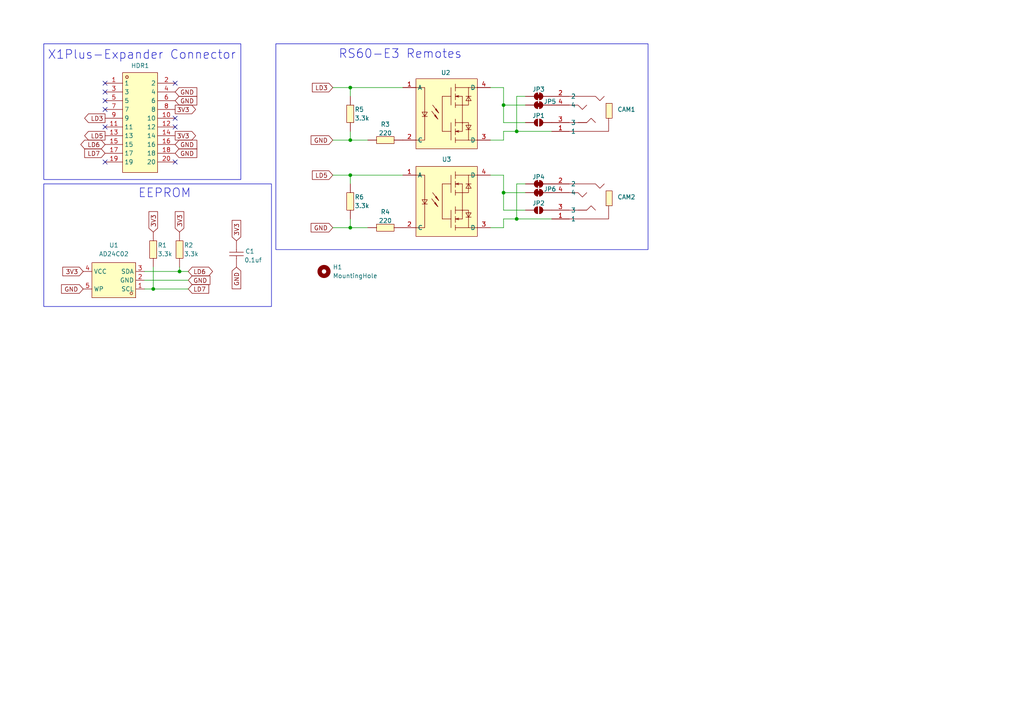
<source format=kicad_sch>
(kicad_sch
	(version 20231120)
	(generator "eeschema")
	(generator_version "8.0")
	(uuid "730ef4da-dc57-4617-8546-a344005f5ae4")
	(paper "A4")
	(lib_symbols
		(symbol "0402WGF3301TCE_1"
			(pin_numbers hide)
			(pin_names hide)
			(exclude_from_sim no)
			(in_bom yes)
			(on_board yes)
			(property "Reference" "R"
				(at 0 5.08 0)
				(effects
					(font
						(size 1.27 1.27)
					)
				)
			)
			(property "Value" "0402WGF3301TCE"
				(at 0 -5.08 0)
				(effects
					(font
						(size 1.27 1.27)
					)
				)
			)
			(property "Footprint" "x1p-004:R0402"
				(at 0 -7.62 0)
				(effects
					(font
						(size 1.27 1.27)
					)
					(hide yes)
				)
			)
			(property "Datasheet" "https://lcsc.com/product-detail/Chip-Resistor-Surface-Mount-UniOhm_3-3KR-3301-1_C25890.html"
				(at 0 -10.16 0)
				(effects
					(font
						(size 1.27 1.27)
					)
					(hide yes)
				)
			)
			(property "Description" ""
				(at 0 0 0)
				(effects
					(font
						(size 1.27 1.27)
					)
					(hide yes)
				)
			)
			(property "LCSC Part" "C25890"
				(at 0 -12.7 0)
				(effects
					(font
						(size 1.27 1.27)
					)
					(hide yes)
				)
			)
			(symbol "0402WGF3301TCE_1_0_1"
				(rectangle
					(start -2.54 1.02)
					(end 2.54 -1.02)
					(stroke
						(width 0)
						(type default)
					)
					(fill
						(type background)
					)
				)
				(pin input line
					(at -5.08 0 0)
					(length 2.54)
					(name "1"
						(effects
							(font
								(size 1.27 1.27)
							)
						)
					)
					(number "1"
						(effects
							(font
								(size 1.27 1.27)
							)
						)
					)
				)
				(pin input line
					(at 5.08 0 180)
					(length 2.54)
					(name "2"
						(effects
							(font
								(size 1.27 1.27)
							)
						)
					)
					(number "2"
						(effects
							(font
								(size 1.27 1.27)
							)
						)
					)
				)
			)
		)
		(symbol "Jumper:SolderJumper_2_Bridged"
			(pin_numbers hide)
			(pin_names
				(offset 0) hide)
			(exclude_from_sim yes)
			(in_bom no)
			(on_board yes)
			(property "Reference" "JP"
				(at 0 2.032 0)
				(effects
					(font
						(size 1.27 1.27)
					)
				)
			)
			(property "Value" "SolderJumper_2_Bridged"
				(at 0 -2.54 0)
				(effects
					(font
						(size 1.27 1.27)
					)
				)
			)
			(property "Footprint" ""
				(at 0 0 0)
				(effects
					(font
						(size 1.27 1.27)
					)
					(hide yes)
				)
			)
			(property "Datasheet" "~"
				(at 0 0 0)
				(effects
					(font
						(size 1.27 1.27)
					)
					(hide yes)
				)
			)
			(property "Description" "Solder Jumper, 2-pole, closed/bridged"
				(at 0 0 0)
				(effects
					(font
						(size 1.27 1.27)
					)
					(hide yes)
				)
			)
			(property "ki_keywords" "solder jumper SPST"
				(at 0 0 0)
				(effects
					(font
						(size 1.27 1.27)
					)
					(hide yes)
				)
			)
			(property "ki_fp_filters" "SolderJumper*Bridged*"
				(at 0 0 0)
				(effects
					(font
						(size 1.27 1.27)
					)
					(hide yes)
				)
			)
			(symbol "SolderJumper_2_Bridged_0_1"
				(rectangle
					(start -0.508 0.508)
					(end 0.508 -0.508)
					(stroke
						(width 0)
						(type default)
					)
					(fill
						(type outline)
					)
				)
				(arc
					(start -0.254 1.016)
					(mid -1.2656 0)
					(end -0.254 -1.016)
					(stroke
						(width 0)
						(type default)
					)
					(fill
						(type none)
					)
				)
				(arc
					(start -0.254 1.016)
					(mid -1.2656 0)
					(end -0.254 -1.016)
					(stroke
						(width 0)
						(type default)
					)
					(fill
						(type outline)
					)
				)
				(polyline
					(pts
						(xy -0.254 1.016) (xy -0.254 -1.016)
					)
					(stroke
						(width 0)
						(type default)
					)
					(fill
						(type none)
					)
				)
				(polyline
					(pts
						(xy 0.254 1.016) (xy 0.254 -1.016)
					)
					(stroke
						(width 0)
						(type default)
					)
					(fill
						(type none)
					)
				)
				(arc
					(start 0.254 -1.016)
					(mid 1.2656 0)
					(end 0.254 1.016)
					(stroke
						(width 0)
						(type default)
					)
					(fill
						(type none)
					)
				)
				(arc
					(start 0.254 -1.016)
					(mid 1.2656 0)
					(end 0.254 1.016)
					(stroke
						(width 0)
						(type default)
					)
					(fill
						(type outline)
					)
				)
			)
			(symbol "SolderJumper_2_Bridged_1_1"
				(pin passive line
					(at -3.81 0 0)
					(length 2.54)
					(name "A"
						(effects
							(font
								(size 1.27 1.27)
							)
						)
					)
					(number "1"
						(effects
							(font
								(size 1.27 1.27)
							)
						)
					)
				)
				(pin passive line
					(at 3.81 0 180)
					(length 2.54)
					(name "B"
						(effects
							(font
								(size 1.27 1.27)
							)
						)
					)
					(number "2"
						(effects
							(font
								(size 1.27 1.27)
							)
						)
					)
				)
			)
		)
		(symbol "Jumper:SolderJumper_2_Open"
			(pin_numbers hide)
			(pin_names
				(offset 0) hide)
			(exclude_from_sim yes)
			(in_bom no)
			(on_board yes)
			(property "Reference" "JP"
				(at 0 2.032 0)
				(effects
					(font
						(size 1.27 1.27)
					)
				)
			)
			(property "Value" "SolderJumper_2_Open"
				(at 0 -2.54 0)
				(effects
					(font
						(size 1.27 1.27)
					)
				)
			)
			(property "Footprint" ""
				(at 0 0 0)
				(effects
					(font
						(size 1.27 1.27)
					)
					(hide yes)
				)
			)
			(property "Datasheet" "~"
				(at 0 0 0)
				(effects
					(font
						(size 1.27 1.27)
					)
					(hide yes)
				)
			)
			(property "Description" "Solder Jumper, 2-pole, open"
				(at 0 0 0)
				(effects
					(font
						(size 1.27 1.27)
					)
					(hide yes)
				)
			)
			(property "ki_keywords" "solder jumper SPST"
				(at 0 0 0)
				(effects
					(font
						(size 1.27 1.27)
					)
					(hide yes)
				)
			)
			(property "ki_fp_filters" "SolderJumper*Open*"
				(at 0 0 0)
				(effects
					(font
						(size 1.27 1.27)
					)
					(hide yes)
				)
			)
			(symbol "SolderJumper_2_Open_0_1"
				(arc
					(start -0.254 1.016)
					(mid -1.2656 0)
					(end -0.254 -1.016)
					(stroke
						(width 0)
						(type default)
					)
					(fill
						(type none)
					)
				)
				(arc
					(start -0.254 1.016)
					(mid -1.2656 0)
					(end -0.254 -1.016)
					(stroke
						(width 0)
						(type default)
					)
					(fill
						(type outline)
					)
				)
				(polyline
					(pts
						(xy -0.254 1.016) (xy -0.254 -1.016)
					)
					(stroke
						(width 0)
						(type default)
					)
					(fill
						(type none)
					)
				)
				(polyline
					(pts
						(xy 0.254 1.016) (xy 0.254 -1.016)
					)
					(stroke
						(width 0)
						(type default)
					)
					(fill
						(type none)
					)
				)
				(arc
					(start 0.254 -1.016)
					(mid 1.2656 0)
					(end 0.254 1.016)
					(stroke
						(width 0)
						(type default)
					)
					(fill
						(type none)
					)
				)
				(arc
					(start 0.254 -1.016)
					(mid 1.2656 0)
					(end 0.254 1.016)
					(stroke
						(width 0)
						(type default)
					)
					(fill
						(type outline)
					)
				)
			)
			(symbol "SolderJumper_2_Open_1_1"
				(pin passive line
					(at -3.81 0 0)
					(length 2.54)
					(name "A"
						(effects
							(font
								(size 1.27 1.27)
							)
						)
					)
					(number "1"
						(effects
							(font
								(size 1.27 1.27)
							)
						)
					)
				)
				(pin passive line
					(at 3.81 0 180)
					(length 2.54)
					(name "B"
						(effects
							(font
								(size 1.27 1.27)
							)
						)
					)
					(number "2"
						(effects
							(font
								(size 1.27 1.27)
							)
						)
					)
				)
			)
		)
		(symbol "Mechanical:MountingHole"
			(pin_names
				(offset 1.016)
			)
			(exclude_from_sim yes)
			(in_bom no)
			(on_board yes)
			(property "Reference" "H"
				(at 0 5.08 0)
				(effects
					(font
						(size 1.27 1.27)
					)
				)
			)
			(property "Value" "MountingHole"
				(at 0 3.175 0)
				(effects
					(font
						(size 1.27 1.27)
					)
				)
			)
			(property "Footprint" ""
				(at 0 0 0)
				(effects
					(font
						(size 1.27 1.27)
					)
					(hide yes)
				)
			)
			(property "Datasheet" "~"
				(at 0 0 0)
				(effects
					(font
						(size 1.27 1.27)
					)
					(hide yes)
				)
			)
			(property "Description" "Mounting Hole without connection"
				(at 0 0 0)
				(effects
					(font
						(size 1.27 1.27)
					)
					(hide yes)
				)
			)
			(property "ki_keywords" "mounting hole"
				(at 0 0 0)
				(effects
					(font
						(size 1.27 1.27)
					)
					(hide yes)
				)
			)
			(property "ki_fp_filters" "MountingHole*"
				(at 0 0 0)
				(effects
					(font
						(size 1.27 1.27)
					)
					(hide yes)
				)
			)
			(symbol "MountingHole_0_1"
				(circle
					(center 0 0)
					(radius 1.27)
					(stroke
						(width 1.27)
						(type default)
					)
					(fill
						(type none)
					)
				)
			)
		)
		(symbol "lcsc:0402WGF3301TCE"
			(pin_numbers hide)
			(pin_names hide)
			(exclude_from_sim no)
			(in_bom yes)
			(on_board yes)
			(property "Reference" "R"
				(at 0 5.08 0)
				(effects
					(font
						(size 1.27 1.27)
					)
				)
			)
			(property "Value" "0402WGF3301TCE"
				(at 0 -5.08 0)
				(effects
					(font
						(size 1.27 1.27)
					)
				)
			)
			(property "Footprint" "x1p-004:R0402"
				(at 0 -7.62 0)
				(effects
					(font
						(size 1.27 1.27)
					)
					(hide yes)
				)
			)
			(property "Datasheet" "https://lcsc.com/product-detail/Chip-Resistor-Surface-Mount-UniOhm_3-3KR-3301-1_C25890.html"
				(at 0 -10.16 0)
				(effects
					(font
						(size 1.27 1.27)
					)
					(hide yes)
				)
			)
			(property "Description" ""
				(at 0 0 0)
				(effects
					(font
						(size 1.27 1.27)
					)
					(hide yes)
				)
			)
			(property "LCSC Part" "C25890"
				(at 0 -12.7 0)
				(effects
					(font
						(size 1.27 1.27)
					)
					(hide yes)
				)
			)
			(symbol "0402WGF3301TCE_0_1"
				(rectangle
					(start -2.54 1.02)
					(end 2.54 -1.02)
					(stroke
						(width 0)
						(type default)
					)
					(fill
						(type background)
					)
				)
				(pin input line
					(at -5.08 0 0)
					(length 2.54)
					(name "1"
						(effects
							(font
								(size 1.27 1.27)
							)
						)
					)
					(number "1"
						(effects
							(font
								(size 1.27 1.27)
							)
						)
					)
				)
				(pin input line
					(at 5.08 0 180)
					(length 2.54)
					(name "2"
						(effects
							(font
								(size 1.27 1.27)
							)
						)
					)
					(number "2"
						(effects
							(font
								(size 1.27 1.27)
							)
						)
					)
				)
			)
		)
		(symbol "lcsc:AD24C02"
			(exclude_from_sim no)
			(in_bom yes)
			(on_board yes)
			(property "Reference" "U"
				(at 0 7.62 0)
				(effects
					(font
						(size 1.27 1.27)
					)
				)
			)
			(property "Value" "AD24C02"
				(at 0 -7.62 0)
				(effects
					(font
						(size 1.27 1.27)
					)
				)
			)
			(property "Footprint" "x1p-004:SOT-23-5_L2.9-W1.6-P0.95-LS2.8-BL"
				(at 0 -10.16 0)
				(effects
					(font
						(size 1.27 1.27)
					)
					(hide yes)
				)
			)
			(property "Datasheet" ""
				(at 0 0 0)
				(effects
					(font
						(size 1.27 1.27)
					)
					(hide yes)
				)
			)
			(property "Description" ""
				(at 0 0 0)
				(effects
					(font
						(size 1.27 1.27)
					)
					(hide yes)
				)
			)
			(property "LCSC Part" "C5125083"
				(at 0 -12.7 0)
				(effects
					(font
						(size 1.27 1.27)
					)
					(hide yes)
				)
			)
			(symbol "AD24C02_0_1"
				(rectangle
					(start -6.35 5.08)
					(end 6.35 -5.08)
					(stroke
						(width 0)
						(type default)
					)
					(fill
						(type background)
					)
				)
				(circle
					(center -5.08 3.81)
					(radius 0.38)
					(stroke
						(width 0)
						(type default)
					)
					(fill
						(type none)
					)
				)
				(pin unspecified line
					(at -8.89 2.54 0)
					(length 2.54)
					(name "SCL"
						(effects
							(font
								(size 1.27 1.27)
							)
						)
					)
					(number "1"
						(effects
							(font
								(size 1.27 1.27)
							)
						)
					)
				)
				(pin unspecified line
					(at -8.89 0 0)
					(length 2.54)
					(name "GND"
						(effects
							(font
								(size 1.27 1.27)
							)
						)
					)
					(number "2"
						(effects
							(font
								(size 1.27 1.27)
							)
						)
					)
				)
				(pin unspecified line
					(at -8.89 -2.54 0)
					(length 2.54)
					(name "SDA"
						(effects
							(font
								(size 1.27 1.27)
							)
						)
					)
					(number "3"
						(effects
							(font
								(size 1.27 1.27)
							)
						)
					)
				)
				(pin unspecified line
					(at 8.89 -2.54 180)
					(length 2.54)
					(name "VCC"
						(effects
							(font
								(size 1.27 1.27)
							)
						)
					)
					(number "4"
						(effects
							(font
								(size 1.27 1.27)
							)
						)
					)
				)
				(pin unspecified line
					(at 8.89 2.54 180)
					(length 2.54)
					(name "WP"
						(effects
							(font
								(size 1.27 1.27)
							)
						)
					)
					(number "5"
						(effects
							(font
								(size 1.27 1.27)
							)
						)
					)
				)
			)
		)
		(symbol "lcsc:CL05B104KO5NNNC"
			(pin_numbers hide)
			(pin_names hide)
			(exclude_from_sim no)
			(in_bom yes)
			(on_board yes)
			(property "Reference" "C"
				(at 0 5.08 0)
				(effects
					(font
						(size 1.27 1.27)
					)
				)
			)
			(property "Value" "CL05B104KO5NNNC"
				(at 0 -5.08 0)
				(effects
					(font
						(size 1.27 1.27)
					)
				)
			)
			(property "Footprint" "x1p-004:C0402"
				(at 0 -7.62 0)
				(effects
					(font
						(size 1.27 1.27)
					)
					(hide yes)
				)
			)
			(property "Datasheet" "https://lcsc.com/product-detail/Multilayer-Ceramic-Capacitors-MLCC-SMD-SMT_SAMSUNG_CL05B104KO5NNNC_100nF-104-10-16V_C1525.html"
				(at 0 -10.16 0)
				(effects
					(font
						(size 1.27 1.27)
					)
					(hide yes)
				)
			)
			(property "Description" ""
				(at 0 0 0)
				(effects
					(font
						(size 1.27 1.27)
					)
					(hide yes)
				)
			)
			(property "LCSC Part" "C1525"
				(at 0 -12.7 0)
				(effects
					(font
						(size 1.27 1.27)
					)
					(hide yes)
				)
			)
			(symbol "CL05B104KO5NNNC_0_1"
				(polyline
					(pts
						(xy -1.27 0) (xy -0.51 0)
					)
					(stroke
						(width 0)
						(type default)
					)
					(fill
						(type none)
					)
				)
				(polyline
					(pts
						(xy -0.51 2.03) (xy -0.51 -2.03)
					)
					(stroke
						(width 0)
						(type default)
					)
					(fill
						(type none)
					)
				)
				(polyline
					(pts
						(xy 0.51 0) (xy 1.27 0)
					)
					(stroke
						(width 0)
						(type default)
					)
					(fill
						(type none)
					)
				)
				(polyline
					(pts
						(xy 0.51 2.03) (xy 0.51 -2.03)
					)
					(stroke
						(width 0)
						(type default)
					)
					(fill
						(type none)
					)
				)
				(pin input line
					(at -3.81 0 0)
					(length 2.54)
					(name "1"
						(effects
							(font
								(size 1.27 1.27)
							)
						)
					)
					(number "1"
						(effects
							(font
								(size 1.27 1.27)
							)
						)
					)
				)
				(pin input line
					(at 3.81 0 180)
					(length 2.54)
					(name "2"
						(effects
							(font
								(size 1.27 1.27)
							)
						)
					)
					(number "2"
						(effects
							(font
								(size 1.27 1.27)
							)
						)
					)
				)
			)
		)
		(symbol "x1p-006:0402WGF2200TCE"
			(pin_numbers hide)
			(pin_names hide)
			(exclude_from_sim no)
			(in_bom yes)
			(on_board yes)
			(property "Reference" "R"
				(at 0 5.08 0)
				(effects
					(font
						(size 1.27 1.27)
					)
				)
			)
			(property "Value" "0402WGF2200TCE"
				(at 0 -5.08 0)
				(effects
					(font
						(size 1.27 1.27)
					)
				)
			)
			(property "Footprint" "x1p-006:R0402"
				(at 0 -7.62 0)
				(effects
					(font
						(size 1.27 1.27)
					)
					(hide yes)
				)
			)
			(property "Datasheet" "https://lcsc.com/product-detail/Chip-Resistor-Surface-Mount-UniOhm_220R-2200-1_C25091.html"
				(at 0 -10.16 0)
				(effects
					(font
						(size 1.27 1.27)
					)
					(hide yes)
				)
			)
			(property "Description" ""
				(at 0 0 0)
				(effects
					(font
						(size 1.27 1.27)
					)
					(hide yes)
				)
			)
			(property "LCSC Part" "C25091"
				(at 0 -12.7 0)
				(effects
					(font
						(size 1.27 1.27)
					)
					(hide yes)
				)
			)
			(symbol "0402WGF2200TCE_0_1"
				(rectangle
					(start -2.54 1.02)
					(end 2.54 -1.02)
					(stroke
						(width 0)
						(type default)
					)
					(fill
						(type background)
					)
				)
				(pin input line
					(at -5.08 0 0)
					(length 2.54)
					(name "1"
						(effects
							(font
								(size 1.27 1.27)
							)
						)
					)
					(number "1"
						(effects
							(font
								(size 1.27 1.27)
							)
						)
					)
				)
				(pin input line
					(at 5.08 0 180)
					(length 2.54)
					(name "2"
						(effects
							(font
								(size 1.27 1.27)
							)
						)
					)
					(number "2"
						(effects
							(font
								(size 1.27 1.27)
							)
						)
					)
				)
			)
		)
		(symbol "x1p-006:220R-2*10PH=8.5MMYtypeGold-platedblack"
			(exclude_from_sim no)
			(in_bom yes)
			(on_board yes)
			(property "Reference" "H"
				(at 0 16.51 0)
				(effects
					(font
						(size 1.27 1.27)
					)
				)
			)
			(property "Value" "220R-2*10P H=8.5MM Ytype Gold-plated black"
				(at 0 -16.51 0)
				(effects
					(font
						(size 1.27 1.27)
					)
				)
			)
			(property "Footprint" "x1p-006:HDR-TH_20P-P2.54-H-F-R2-C10-S2.54-W10.2"
				(at 0 -19.05 0)
				(effects
					(font
						(size 1.27 1.27)
					)
					(hide yes)
				)
			)
			(property "Datasheet" "https://lcsc.com/product-detail/Female-Header_Female-header-2-10P-2-54mm-Curved-needle_C124406.html"
				(at 0 -21.59 0)
				(effects
					(font
						(size 1.27 1.27)
					)
					(hide yes)
				)
			)
			(property "Description" ""
				(at 0 0 0)
				(effects
					(font
						(size 1.27 1.27)
					)
					(hide yes)
				)
			)
			(property "LCSC Part" "C124406"
				(at 0 -24.13 0)
				(effects
					(font
						(size 1.27 1.27)
					)
					(hide yes)
				)
			)
			(symbol "220R-2*10PH=8.5MMYtypeGold-platedblack_0_1"
				(rectangle
					(start -5.08 14.48)
					(end 5.08 -14.48)
					(stroke
						(width 0)
						(type default)
					)
					(fill
						(type background)
					)
				)
				(circle
					(center -3.81 13.21)
					(radius 0.38)
					(stroke
						(width 0)
						(type default)
					)
					(fill
						(type none)
					)
				)
				(circle
					(center -3.81 13.21)
					(radius 0.38)
					(stroke
						(width 0)
						(type default)
					)
					(fill
						(type none)
					)
				)
				(pin unspecified line
					(at -10.16 11.43 0)
					(length 5.08)
					(name "1"
						(effects
							(font
								(size 1.27 1.27)
							)
						)
					)
					(number "1"
						(effects
							(font
								(size 1.27 1.27)
							)
						)
					)
				)
				(pin unspecified line
					(at 10.16 1.27 180)
					(length 5.08)
					(name "10"
						(effects
							(font
								(size 1.27 1.27)
							)
						)
					)
					(number "10"
						(effects
							(font
								(size 1.27 1.27)
							)
						)
					)
				)
				(pin unspecified line
					(at -10.16 -1.27 0)
					(length 5.08)
					(name "11"
						(effects
							(font
								(size 1.27 1.27)
							)
						)
					)
					(number "11"
						(effects
							(font
								(size 1.27 1.27)
							)
						)
					)
				)
				(pin unspecified line
					(at 10.16 -1.27 180)
					(length 5.08)
					(name "12"
						(effects
							(font
								(size 1.27 1.27)
							)
						)
					)
					(number "12"
						(effects
							(font
								(size 1.27 1.27)
							)
						)
					)
				)
				(pin unspecified line
					(at -10.16 -3.81 0)
					(length 5.08)
					(name "13"
						(effects
							(font
								(size 1.27 1.27)
							)
						)
					)
					(number "13"
						(effects
							(font
								(size 1.27 1.27)
							)
						)
					)
				)
				(pin unspecified line
					(at 10.16 -3.81 180)
					(length 5.08)
					(name "14"
						(effects
							(font
								(size 1.27 1.27)
							)
						)
					)
					(number "14"
						(effects
							(font
								(size 1.27 1.27)
							)
						)
					)
				)
				(pin unspecified line
					(at -10.16 -6.35 0)
					(length 5.08)
					(name "15"
						(effects
							(font
								(size 1.27 1.27)
							)
						)
					)
					(number "15"
						(effects
							(font
								(size 1.27 1.27)
							)
						)
					)
				)
				(pin unspecified line
					(at 10.16 -6.35 180)
					(length 5.08)
					(name "16"
						(effects
							(font
								(size 1.27 1.27)
							)
						)
					)
					(number "16"
						(effects
							(font
								(size 1.27 1.27)
							)
						)
					)
				)
				(pin unspecified line
					(at -10.16 -8.89 0)
					(length 5.08)
					(name "17"
						(effects
							(font
								(size 1.27 1.27)
							)
						)
					)
					(number "17"
						(effects
							(font
								(size 1.27 1.27)
							)
						)
					)
				)
				(pin unspecified line
					(at 10.16 -8.89 180)
					(length 5.08)
					(name "18"
						(effects
							(font
								(size 1.27 1.27)
							)
						)
					)
					(number "18"
						(effects
							(font
								(size 1.27 1.27)
							)
						)
					)
				)
				(pin unspecified line
					(at -10.16 -11.43 0)
					(length 5.08)
					(name "19"
						(effects
							(font
								(size 1.27 1.27)
							)
						)
					)
					(number "19"
						(effects
							(font
								(size 1.27 1.27)
							)
						)
					)
				)
				(pin unspecified line
					(at 10.16 11.43 180)
					(length 5.08)
					(name "2"
						(effects
							(font
								(size 1.27 1.27)
							)
						)
					)
					(number "2"
						(effects
							(font
								(size 1.27 1.27)
							)
						)
					)
				)
				(pin unspecified line
					(at 10.16 -11.43 180)
					(length 5.08)
					(name "20"
						(effects
							(font
								(size 1.27 1.27)
							)
						)
					)
					(number "20"
						(effects
							(font
								(size 1.27 1.27)
							)
						)
					)
				)
				(pin unspecified line
					(at -10.16 8.89 0)
					(length 5.08)
					(name "3"
						(effects
							(font
								(size 1.27 1.27)
							)
						)
					)
					(number "3"
						(effects
							(font
								(size 1.27 1.27)
							)
						)
					)
				)
				(pin unspecified line
					(at 10.16 8.89 180)
					(length 5.08)
					(name "4"
						(effects
							(font
								(size 1.27 1.27)
							)
						)
					)
					(number "4"
						(effects
							(font
								(size 1.27 1.27)
							)
						)
					)
				)
				(pin unspecified line
					(at -10.16 6.35 0)
					(length 5.08)
					(name "5"
						(effects
							(font
								(size 1.27 1.27)
							)
						)
					)
					(number "5"
						(effects
							(font
								(size 1.27 1.27)
							)
						)
					)
				)
				(pin unspecified line
					(at 10.16 6.35 180)
					(length 5.08)
					(name "6"
						(effects
							(font
								(size 1.27 1.27)
							)
						)
					)
					(number "6"
						(effects
							(font
								(size 1.27 1.27)
							)
						)
					)
				)
				(pin unspecified line
					(at -10.16 3.81 0)
					(length 5.08)
					(name "7"
						(effects
							(font
								(size 1.27 1.27)
							)
						)
					)
					(number "7"
						(effects
							(font
								(size 1.27 1.27)
							)
						)
					)
				)
				(pin unspecified line
					(at 10.16 3.81 180)
					(length 5.08)
					(name "8"
						(effects
							(font
								(size 1.27 1.27)
							)
						)
					)
					(number "8"
						(effects
							(font
								(size 1.27 1.27)
							)
						)
					)
				)
				(pin unspecified line
					(at -10.16 1.27 0)
					(length 5.08)
					(name "9"
						(effects
							(font
								(size 1.27 1.27)
							)
						)
					)
					(number "9"
						(effects
							(font
								(size 1.27 1.27)
							)
						)
					)
				)
			)
		)
		(symbol "x1p-006:PJ-2013-L6S"
			(exclude_from_sim no)
			(in_bom yes)
			(on_board yes)
			(property "Reference" "AUDIO"
				(at 0 7.62 0)
				(effects
					(font
						(size 1.27 1.27)
					)
				)
			)
			(property "Value" "PJ-2013-L6S"
				(at 0 -12.7 0)
				(effects
					(font
						(size 1.27 1.27)
					)
				)
			)
			(property "Footprint" "x1p-006:AUDIO-TH_PJ-2013-L6S"
				(at 0 -15.24 0)
				(effects
					(font
						(size 1.27 1.27)
					)
					(hide yes)
				)
			)
			(property "Datasheet" ""
				(at 0 0 0)
				(effects
					(font
						(size 1.27 1.27)
					)
					(hide yes)
				)
			)
			(property "Description" ""
				(at 0 0 0)
				(effects
					(font
						(size 1.27 1.27)
					)
					(hide yes)
				)
			)
			(property "LCSC Part" "C5117893"
				(at 0 -17.78 0)
				(effects
					(font
						(size 1.27 1.27)
					)
					(hide yes)
				)
			)
			(symbol "PJ-2013-L6S_0_1"
				(rectangle
					(start -12.45 -1.27)
					(end -10.67 -5.59)
					(stroke
						(width 0)
						(type default)
					)
					(fill
						(type background)
					)
				)
				(polyline
					(pts
						(xy -11.43 -1.27) (xy -11.43 2.54) (xy 0 2.54)
					)
					(stroke
						(width 0)
						(type default)
					)
					(fill
						(type none)
					)
				)
				(polyline
					(pts
						(xy -2.54 0) (xy -5.08 0) (xy -6.35 -1.27) (xy -7.62 0)
					)
					(stroke
						(width 0)
						(type default)
					)
					(fill
						(type none)
					)
				)
				(polyline
					(pts
						(xy 0 -5.08) (xy -2.54 -5.08) (xy -3.81 -3.81) (xy -5.08 -5.08)
					)
					(stroke
						(width 0)
						(type default)
					)
					(fill
						(type none)
					)
				)
				(polyline
					(pts
						(xy 0 0) (xy -3.81 0) (xy -5.08 0) (xy -5.08 0)
					)
					(stroke
						(width 0)
						(type default)
					)
					(fill
						(type none)
					)
				)
				(polyline
					(pts
						(xy 0 -7.62) (xy -7.62 -7.62) (xy -8.89 -6.35) (xy -10.16 -7.62) (xy -10.16 -7.62)
					)
					(stroke
						(width 0)
						(type default)
					)
					(fill
						(type none)
					)
				)
				(pin unspecified line
					(at 5.08 2.54 180)
					(length 5.08)
					(name "1"
						(effects
							(font
								(size 1.27 1.27)
							)
						)
					)
					(number "1"
						(effects
							(font
								(size 1.27 1.27)
							)
						)
					)
				)
				(pin unspecified line
					(at 5.08 -7.62 180)
					(length 5.08)
					(name "2"
						(effects
							(font
								(size 1.27 1.27)
							)
						)
					)
					(number "2"
						(effects
							(font
								(size 1.27 1.27)
							)
						)
					)
				)
				(pin unspecified line
					(at 5.08 0 180)
					(length 5.08)
					(name "3"
						(effects
							(font
								(size 1.27 1.27)
							)
						)
					)
					(number "3"
						(effects
							(font
								(size 1.27 1.27)
							)
						)
					)
				)
				(pin unspecified line
					(at 5.08 -5.08 180)
					(length 5.08)
					(name "4"
						(effects
							(font
								(size 1.27 1.27)
							)
						)
					)
					(number "4"
						(effects
							(font
								(size 1.27 1.27)
							)
						)
					)
				)
			)
		)
		(symbol "x1p-006:TLP240A(TP1,F"
			(exclude_from_sim no)
			(in_bom yes)
			(on_board yes)
			(property "Reference" "U"
				(at 0 12.7 0)
				(effects
					(font
						(size 1.27 1.27)
					)
				)
			)
			(property "Value" "TLP240A(TP1,F"
				(at 0 -12.7 0)
				(effects
					(font
						(size 1.27 1.27)
					)
				)
			)
			(property "Footprint" "x1p-006:RELAY-SMD_TLP240A"
				(at 0 -15.24 0)
				(effects
					(font
						(size 1.27 1.27)
					)
					(hide yes)
				)
			)
			(property "Datasheet" "https://lcsc.com/product-detail/SMD-Optocouplers_TOSHIBA_TLP240A-TP1-F_TLP240A-TP1-F_C146360.html"
				(at 0 -17.78 0)
				(effects
					(font
						(size 1.27 1.27)
					)
					(hide yes)
				)
			)
			(property "Description" ""
				(at 0 0 0)
				(effects
					(font
						(size 1.27 1.27)
					)
					(hide yes)
				)
			)
			(property "LCSC Part" "C146360"
				(at 0 -20.32 0)
				(effects
					(font
						(size 1.27 1.27)
					)
					(hide yes)
				)
			)
			(symbol "TLP240A(TP1,F_0_1"
				(rectangle
					(start -8.89 10.16)
					(end 8.89 -10.16)
					(stroke
						(width 0)
						(type default)
					)
					(fill
						(type background)
					)
				)
				(polyline
					(pts
						(xy -7.11 -0.76) (xy -5.59 -0.76)
					)
					(stroke
						(width 0)
						(type default)
					)
					(fill
						(type none)
					)
				)
				(polyline
					(pts
						(xy -2.54 -1.52) (xy -3.56 -0.51)
					)
					(stroke
						(width 0)
						(type default)
					)
					(fill
						(type none)
					)
				)
				(polyline
					(pts
						(xy -2.29 0.25) (xy -3.3 1.27)
					)
					(stroke
						(width 0)
						(type default)
					)
					(fill
						(type none)
					)
				)
				(polyline
					(pts
						(xy -1.27 5.08) (xy -1.27 -5.08)
					)
					(stroke
						(width 0)
						(type default)
					)
					(fill
						(type none)
					)
				)
				(polyline
					(pts
						(xy 1.27 -5.08) (xy -1.27 -5.08)
					)
					(stroke
						(width 0)
						(type default)
					)
					(fill
						(type none)
					)
				)
				(polyline
					(pts
						(xy 1.27 -2.54) (xy 1.27 -7.62)
					)
					(stroke
						(width 0)
						(type default)
					)
					(fill
						(type none)
					)
				)
				(polyline
					(pts
						(xy 1.27 5.08) (xy -1.27 5.08)
					)
					(stroke
						(width 0)
						(type default)
					)
					(fill
						(type none)
					)
				)
				(polyline
					(pts
						(xy 1.27 7.62) (xy 1.27 2.54)
					)
					(stroke
						(width 0)
						(type default)
					)
					(fill
						(type none)
					)
				)
				(polyline
					(pts
						(xy 2.54 -7.62) (xy 6.35 -7.62)
					)
					(stroke
						(width 0)
						(type default)
					)
					(fill
						(type none)
					)
				)
				(polyline
					(pts
						(xy 2.54 -6.86) (xy 2.54 -8.38)
					)
					(stroke
						(width 0)
						(type default)
					)
					(fill
						(type none)
					)
				)
				(polyline
					(pts
						(xy 2.54 -5.08) (xy 3.56 -4.83)
					)
					(stroke
						(width 0)
						(type default)
					)
					(fill
						(type none)
					)
				)
				(polyline
					(pts
						(xy 2.54 -4.32) (xy 2.54 -6.1)
					)
					(stroke
						(width 0)
						(type default)
					)
					(fill
						(type none)
					)
				)
				(polyline
					(pts
						(xy 2.54 -2.54) (xy 4.57 -2.54)
					)
					(stroke
						(width 0)
						(type default)
					)
					(fill
						(type none)
					)
				)
				(polyline
					(pts
						(xy 2.54 -1.52) (xy 2.54 -3.56)
					)
					(stroke
						(width 0)
						(type default)
					)
					(fill
						(type none)
					)
				)
				(polyline
					(pts
						(xy 2.54 2.54) (xy 4.57 2.54)
					)
					(stroke
						(width 0)
						(type default)
					)
					(fill
						(type none)
					)
				)
				(polyline
					(pts
						(xy 2.54 3.3) (xy 2.54 1.78)
					)
					(stroke
						(width 0)
						(type default)
					)
					(fill
						(type none)
					)
				)
				(polyline
					(pts
						(xy 2.54 5.08) (xy 3.56 5.33)
					)
					(stroke
						(width 0)
						(type default)
					)
					(fill
						(type none)
					)
				)
				(polyline
					(pts
						(xy 2.54 5.84) (xy 2.54 4.06)
					)
					(stroke
						(width 0)
						(type default)
					)
					(fill
						(type none)
					)
				)
				(polyline
					(pts
						(xy 2.54 7.62) (xy 6.35 7.62)
					)
					(stroke
						(width 0)
						(type default)
					)
					(fill
						(type none)
					)
				)
				(polyline
					(pts
						(xy 2.54 8.64) (xy 2.54 6.6)
					)
					(stroke
						(width 0)
						(type default)
					)
					(fill
						(type none)
					)
				)
				(polyline
					(pts
						(xy 4.57 -2.54) (xy 4.57 -5.08)
					)
					(stroke
						(width 0)
						(type default)
					)
					(fill
						(type none)
					)
				)
				(polyline
					(pts
						(xy 4.57 2.54) (xy 4.57 -2.79)
					)
					(stroke
						(width 0)
						(type default)
					)
					(fill
						(type none)
					)
				)
				(polyline
					(pts
						(xy 4.57 5.08) (xy 4.57 2.54)
					)
					(stroke
						(width 0)
						(type default)
					)
					(fill
						(type none)
					)
				)
				(polyline
					(pts
						(xy 5.59 -4.57) (xy 7.11 -4.57)
					)
					(stroke
						(width 0)
						(type default)
					)
					(fill
						(type none)
					)
				)
				(polyline
					(pts
						(xy 7.11 5.08) (xy 5.59 5.08)
					)
					(stroke
						(width 0)
						(type default)
					)
					(fill
						(type none)
					)
				)
				(polyline
					(pts
						(xy -4.32 0.76) (xy -2.54 -1.52) (xy -3.3 -0.25)
					)
					(stroke
						(width 0)
						(type default)
					)
					(fill
						(type none)
					)
				)
				(polyline
					(pts
						(xy -4.06 2.54) (xy -2.29 0.25) (xy -3.05 1.52)
					)
					(stroke
						(width 0)
						(type default)
					)
					(fill
						(type none)
					)
				)
				(polyline
					(pts
						(xy 4.57 -5.08) (xy 2.54 -5.08) (xy 3.56 -5.33)
					)
					(stroke
						(width 0)
						(type default)
					)
					(fill
						(type none)
					)
				)
				(polyline
					(pts
						(xy 4.57 -2.54) (xy 6.35 -2.54) (xy 6.35 -7.62)
					)
					(stroke
						(width 0)
						(type default)
					)
					(fill
						(type none)
					)
				)
				(polyline
					(pts
						(xy 4.57 2.54) (xy 6.35 2.54) (xy 6.35 7.62)
					)
					(stroke
						(width 0)
						(type default)
					)
					(fill
						(type none)
					)
				)
				(polyline
					(pts
						(xy 4.57 5.08) (xy 2.54 5.08) (xy 3.56 4.83)
					)
					(stroke
						(width 0)
						(type default)
					)
					(fill
						(type none)
					)
				)
				(polyline
					(pts
						(xy -8.89 7.62) (xy -6.35 7.62) (xy -6.35 -7.62) (xy -8.89 -7.62)
					)
					(stroke
						(width 0)
						(type default)
					)
					(fill
						(type none)
					)
				)
				(polyline
					(pts
						(xy -7.11 0.51) (xy -5.59 0.51) (xy -6.35 -0.76) (xy -7.11 0.51)
					)
					(stroke
						(width 0)
						(type default)
					)
					(fill
						(type background)
					)
				)
				(polyline
					(pts
						(xy 5.59 -3.3) (xy 7.11 -3.3) (xy 6.35 -4.57) (xy 5.59 -3.3)
					)
					(stroke
						(width 0)
						(type default)
					)
					(fill
						(type background)
					)
				)
				(polyline
					(pts
						(xy 6.35 -7.62) (xy 6.35 -7.62) (xy 8.89 -7.62) (xy 8.89 -7.62)
					)
					(stroke
						(width 0)
						(type default)
					)
					(fill
						(type none)
					)
				)
				(polyline
					(pts
						(xy 7.11 3.81) (xy 5.59 3.81) (xy 6.35 5.08) (xy 7.11 3.81)
					)
					(stroke
						(width 0)
						(type default)
					)
					(fill
						(type background)
					)
				)
				(polyline
					(pts
						(xy 6.35 7.62) (xy 6.35 7.62) (xy 7.62 7.62) (xy 7.62 7.62) (xy 9.14 7.62)
					)
					(stroke
						(width 0)
						(type default)
					)
					(fill
						(type none)
					)
				)
				(pin unspecified line
					(at -12.7 7.62 0)
					(length 3.81)
					(name "A"
						(effects
							(font
								(size 1.27 1.27)
							)
						)
					)
					(number "1"
						(effects
							(font
								(size 1.27 1.27)
							)
						)
					)
				)
				(pin unspecified line
					(at -12.7 -7.62 0)
					(length 3.81)
					(name "C"
						(effects
							(font
								(size 1.27 1.27)
							)
						)
					)
					(number "2"
						(effects
							(font
								(size 1.27 1.27)
							)
						)
					)
				)
				(pin unspecified line
					(at 12.7 -7.62 180)
					(length 3.81)
					(name "D"
						(effects
							(font
								(size 1.27 1.27)
							)
						)
					)
					(number "3"
						(effects
							(font
								(size 1.27 1.27)
							)
						)
					)
				)
				(pin unspecified line
					(at 12.7 7.62 180)
					(length 3.81)
					(name "D"
						(effects
							(font
								(size 1.27 1.27)
							)
						)
					)
					(number "4"
						(effects
							(font
								(size 1.27 1.27)
							)
						)
					)
				)
			)
		)
	)
	(junction
		(at 44.45 83.82)
		(diameter 0)
		(color 0 0 0 0)
		(uuid "0d492c81-dbae-4fe9-86a4-a9bacead7625")
	)
	(junction
		(at 52.07 78.74)
		(diameter 0)
		(color 0 0 0 0)
		(uuid "1d36b487-9b37-4f5d-80d4-85af27c26e51")
	)
	(junction
		(at 149.86 63.5)
		(diameter 0)
		(color 0 0 0 0)
		(uuid "22ac49aa-1533-4829-aa9f-e3f4b0b44675")
	)
	(junction
		(at 101.6 25.4)
		(diameter 0)
		(color 0 0 0 0)
		(uuid "5d4a9668-7d75-4343-bd84-9e30547d25fa")
	)
	(junction
		(at 149.86 38.1)
		(diameter 0)
		(color 0 0 0 0)
		(uuid "6183fba6-25b8-4cb6-a387-0c62328f34d7")
	)
	(junction
		(at 101.6 50.8)
		(diameter 0)
		(color 0 0 0 0)
		(uuid "6aff9e4c-e819-44c3-8abd-102699e2b3d7")
	)
	(junction
		(at 101.6 66.04)
		(diameter 0)
		(color 0 0 0 0)
		(uuid "8ca84383-d8e6-4a46-a50e-fbd5ba6efd2a")
	)
	(junction
		(at 146.05 30.48)
		(diameter 0)
		(color 0 0 0 0)
		(uuid "a77599fa-c39e-41f6-bce7-0cc6bb1d017d")
	)
	(junction
		(at 146.05 55.88)
		(diameter 0)
		(color 0 0 0 0)
		(uuid "bce7c934-8b35-4eef-941c-c73e6fe604ef")
	)
	(junction
		(at 101.6 40.64)
		(diameter 0)
		(color 0 0 0 0)
		(uuid "ce763300-811b-404b-b5af-3ec06d7cd2a7")
	)
	(no_connect
		(at 30.48 46.99)
		(uuid "095e7f6b-7f56-4ebd-9232-14b91e465cc8")
	)
	(no_connect
		(at 30.48 26.67)
		(uuid "32c25e6c-b9ed-4da4-8dc6-5e7d2b0884c3")
	)
	(no_connect
		(at 30.48 29.21)
		(uuid "5656a716-2397-4072-8136-3c921a0836e0")
	)
	(no_connect
		(at 30.48 24.13)
		(uuid "6cfbc07c-4f08-4369-9e05-7e4d0dbbcbe4")
	)
	(no_connect
		(at 50.8 24.13)
		(uuid "6fa9927a-bba7-4dc9-bee2-f6369e1f5847")
	)
	(no_connect
		(at 30.48 31.75)
		(uuid "78f73dac-474c-443a-9360-2bff6466f90c")
	)
	(no_connect
		(at 50.8 46.99)
		(uuid "c91b8f8f-5f38-4b64-a946-8f889a7d143a")
	)
	(no_connect
		(at 50.8 36.83)
		(uuid "cafe4873-fc39-42f5-9275-0cb6838c8047")
	)
	(no_connect
		(at 30.48 36.83)
		(uuid "d9031797-3f16-42e0-8854-38ffdd33a72c")
	)
	(no_connect
		(at 50.8 34.29)
		(uuid "e02141bd-4a47-48fa-a062-a410f523608e")
	)
	(wire
		(pts
			(xy 54.61 83.82) (xy 44.45 83.82)
		)
		(stroke
			(width 0)
			(type default)
		)
		(uuid "0a15fbe9-8ec7-4609-aae0-f6d4d03c1b2c")
	)
	(wire
		(pts
			(xy 52.07 78.74) (xy 41.91 78.74)
		)
		(stroke
			(width 0)
			(type default)
		)
		(uuid "111053ee-3641-456f-be69-941c4f8b8695")
	)
	(wire
		(pts
			(xy 146.05 30.48) (xy 152.4 30.48)
		)
		(stroke
			(width 0)
			(type default)
		)
		(uuid "1d676c8f-103f-4e56-9918-6071b196b985")
	)
	(wire
		(pts
			(xy 101.6 50.8) (xy 101.6 53.34)
		)
		(stroke
			(width 0)
			(type default)
		)
		(uuid "20770451-f7cf-4122-95fb-a7c5abf3856c")
	)
	(wire
		(pts
			(xy 146.05 55.88) (xy 146.05 60.96)
		)
		(stroke
			(width 0)
			(type default)
		)
		(uuid "27a15fe5-8d40-4f96-adc8-c8f226e726fb")
	)
	(wire
		(pts
			(xy 96.52 40.64) (xy 101.6 40.64)
		)
		(stroke
			(width 0)
			(type default)
		)
		(uuid "2c550672-f195-41f7-9ff2-5986fd297508")
	)
	(wire
		(pts
			(xy 146.05 38.1) (xy 149.86 38.1)
		)
		(stroke
			(width 0)
			(type default)
		)
		(uuid "342deb6e-cc80-46dc-93ea-1af10e96b331")
	)
	(wire
		(pts
			(xy 54.61 81.28) (xy 41.91 81.28)
		)
		(stroke
			(width 0)
			(type default)
		)
		(uuid "37436ac4-3ccb-42e3-889c-91afb9d6bce3")
	)
	(wire
		(pts
			(xy 52.07 77.47) (xy 52.07 78.74)
		)
		(stroke
			(width 0)
			(type default)
		)
		(uuid "3c695040-00d4-4b6f-8227-9d6ba0e9c3a3")
	)
	(wire
		(pts
			(xy 146.05 60.96) (xy 152.4 60.96)
		)
		(stroke
			(width 0)
			(type default)
		)
		(uuid "45aa2fa5-4e15-4691-aefa-21d4f6c55804")
	)
	(wire
		(pts
			(xy 101.6 25.4) (xy 116.84 25.4)
		)
		(stroke
			(width 0)
			(type default)
		)
		(uuid "4e807c3b-1e3f-430e-b837-94ea31ebe144")
	)
	(wire
		(pts
			(xy 152.4 27.94) (xy 149.86 27.94)
		)
		(stroke
			(width 0)
			(type default)
		)
		(uuid "5d063ec8-54ad-4bbb-9845-e33d5b4332b7")
	)
	(wire
		(pts
			(xy 149.86 38.1) (xy 160.02 38.1)
		)
		(stroke
			(width 0)
			(type default)
		)
		(uuid "673cf060-453f-4e6f-80cd-ab19c5177081")
	)
	(wire
		(pts
			(xy 149.86 53.34) (xy 149.86 63.5)
		)
		(stroke
			(width 0)
			(type default)
		)
		(uuid "6a4c3e07-ef22-435f-b6db-2c3a3ceb833b")
	)
	(wire
		(pts
			(xy 101.6 50.8) (xy 116.84 50.8)
		)
		(stroke
			(width 0)
			(type default)
		)
		(uuid "7a412005-54a7-4cc4-943d-9de0b9f9993c")
	)
	(wire
		(pts
			(xy 101.6 27.94) (xy 101.6 25.4)
		)
		(stroke
			(width 0)
			(type default)
		)
		(uuid "7e5db1b2-b22b-4c64-95d0-dd1132790d75")
	)
	(wire
		(pts
			(xy 101.6 66.04) (xy 106.68 66.04)
		)
		(stroke
			(width 0)
			(type default)
		)
		(uuid "80b09ce5-2367-4a7e-8480-5ab679435505")
	)
	(wire
		(pts
			(xy 101.6 63.5) (xy 101.6 66.04)
		)
		(stroke
			(width 0)
			(type default)
		)
		(uuid "84dcbe36-7267-4042-8978-d15124a63497")
	)
	(wire
		(pts
			(xy 142.24 25.4) (xy 146.05 25.4)
		)
		(stroke
			(width 0)
			(type default)
		)
		(uuid "8e860a7e-afa1-41f6-af41-fb83ade09971")
	)
	(wire
		(pts
			(xy 44.45 77.47) (xy 44.45 83.82)
		)
		(stroke
			(width 0)
			(type default)
		)
		(uuid "91f3331e-e260-479a-8e0c-55164f65d648")
	)
	(wire
		(pts
			(xy 152.4 53.34) (xy 149.86 53.34)
		)
		(stroke
			(width 0)
			(type default)
		)
		(uuid "98898657-6ed5-4c1f-8ea1-c6b496c97ee5")
	)
	(wire
		(pts
			(xy 146.05 40.64) (xy 146.05 38.1)
		)
		(stroke
			(width 0)
			(type default)
		)
		(uuid "a48159f2-e79e-4ada-bf26-e96bc4940406")
	)
	(wire
		(pts
			(xy 96.52 50.8) (xy 101.6 50.8)
		)
		(stroke
			(width 0)
			(type default)
		)
		(uuid "aa21a63d-dc2c-414b-a7a1-65b65e1f3b58")
	)
	(wire
		(pts
			(xy 146.05 35.56) (xy 152.4 35.56)
		)
		(stroke
			(width 0)
			(type default)
		)
		(uuid "af58a24c-cd9f-406c-9a66-ff4e4611d277")
	)
	(wire
		(pts
			(xy 146.05 66.04) (xy 146.05 63.5)
		)
		(stroke
			(width 0)
			(type default)
		)
		(uuid "b4ff2c56-212f-4805-8aa8-bbde519c2a4a")
	)
	(wire
		(pts
			(xy 142.24 50.8) (xy 146.05 50.8)
		)
		(stroke
			(width 0)
			(type default)
		)
		(uuid "b5ecc52a-ca6c-4e83-962a-f427af396047")
	)
	(wire
		(pts
			(xy 146.05 63.5) (xy 149.86 63.5)
		)
		(stroke
			(width 0)
			(type default)
		)
		(uuid "bb78a254-bed8-402d-a7cc-05293ac6d6e4")
	)
	(wire
		(pts
			(xy 54.61 78.74) (xy 52.07 78.74)
		)
		(stroke
			(width 0)
			(type default)
		)
		(uuid "bcf2dfed-f97b-4b63-8165-e8239c269710")
	)
	(wire
		(pts
			(xy 146.05 55.88) (xy 152.4 55.88)
		)
		(stroke
			(width 0)
			(type default)
		)
		(uuid "cb3da647-53cf-4570-8a7d-27f1f02f8abd")
	)
	(wire
		(pts
			(xy 96.52 25.4) (xy 101.6 25.4)
		)
		(stroke
			(width 0)
			(type default)
		)
		(uuid "da37a3f0-9bf0-4118-a3a5-7f001af15e84")
	)
	(wire
		(pts
			(xy 142.24 40.64) (xy 146.05 40.64)
		)
		(stroke
			(width 0)
			(type default)
		)
		(uuid "deeabc09-e463-4e17-8b90-277100faa34b")
	)
	(wire
		(pts
			(xy 44.45 83.82) (xy 41.91 83.82)
		)
		(stroke
			(width 0)
			(type default)
		)
		(uuid "e1e5cbe0-0d0d-43cd-a6c0-a3b3eff274dd")
	)
	(wire
		(pts
			(xy 146.05 30.48) (xy 146.05 35.56)
		)
		(stroke
			(width 0)
			(type default)
		)
		(uuid "e2278386-f69e-416a-9e55-4e999326d000")
	)
	(wire
		(pts
			(xy 101.6 38.1) (xy 101.6 40.64)
		)
		(stroke
			(width 0)
			(type default)
		)
		(uuid "e40d98ef-7468-4159-8252-4047b82d096f")
	)
	(wire
		(pts
			(xy 146.05 25.4) (xy 146.05 30.48)
		)
		(stroke
			(width 0)
			(type default)
		)
		(uuid "e70728c9-961b-4073-b602-19dbddacc15c")
	)
	(wire
		(pts
			(xy 146.05 50.8) (xy 146.05 55.88)
		)
		(stroke
			(width 0)
			(type default)
		)
		(uuid "ea01c81e-8de4-4211-b4f5-c04c5a7722a0")
	)
	(wire
		(pts
			(xy 149.86 27.94) (xy 149.86 38.1)
		)
		(stroke
			(width 0)
			(type default)
		)
		(uuid "ec3f53e7-23b8-40af-a923-51a98ba95fe2")
	)
	(wire
		(pts
			(xy 142.24 66.04) (xy 146.05 66.04)
		)
		(stroke
			(width 0)
			(type default)
		)
		(uuid "f08c4a75-0ab2-4a4a-b980-0fc115e90e84")
	)
	(wire
		(pts
			(xy 101.6 40.64) (xy 106.68 40.64)
		)
		(stroke
			(width 0)
			(type default)
		)
		(uuid "f3284ba8-0d47-479b-ae55-fa8bd1c233cc")
	)
	(wire
		(pts
			(xy 96.52 66.04) (xy 101.6 66.04)
		)
		(stroke
			(width 0)
			(type default)
		)
		(uuid "f4049861-f239-477d-8a70-5eb840e7e116")
	)
	(wire
		(pts
			(xy 149.86 63.5) (xy 160.02 63.5)
		)
		(stroke
			(width 0)
			(type default)
		)
		(uuid "f7e63b03-1c87-4f9f-a279-245d865d6283")
	)
	(rectangle
		(start 12.7 53.34)
		(end 78.74 88.9)
		(stroke
			(width 0)
			(type default)
		)
		(fill
			(type none)
		)
		(uuid 7db533da-ebf1-4077-ba44-593e416e1ea6)
	)
	(rectangle
		(start 12.7 12.7)
		(end 69.85 52.07)
		(stroke
			(width 0)
			(type default)
		)
		(fill
			(type none)
		)
		(uuid 8b7d490b-494b-4dba-ac21-85ccb3010630)
	)
	(rectangle
		(start 80.01 12.7)
		(end 187.96 72.39)
		(stroke
			(width 0)
			(type default)
		)
		(fill
			(type none)
		)
		(uuid f18a49ee-4732-41a3-ac65-bcaa044ebaad)
	)
	(text "X1Plus-Expander Connector"
		(exclude_from_sim no)
		(at 41.148 16.002 0)
		(effects
			(font
				(size 2.54 2.54)
			)
		)
		(uuid "8c7c6c19-7b8d-4b21-943e-e323d1415d10")
	)
	(text "EEPROM"
		(exclude_from_sim no)
		(at 47.752 56.134 0)
		(effects
			(font
				(size 2.54 2.54)
			)
		)
		(uuid "ddddc644-bb3c-4aa8-a796-530a379d4618")
	)
	(text "RS60-E3 Remotes"
		(exclude_from_sim no)
		(at 116.078 15.748 0)
		(effects
			(font
				(size 2.54 2.54)
			)
		)
		(uuid "f984a398-2d5e-42a6-b8b7-45f6825c3096")
	)
	(global_label "3V3"
		(shape input)
		(at 68.58 69.85 90)
		(fields_autoplaced yes)
		(effects
			(font
				(size 1.27 1.27)
			)
			(justify left)
		)
		(uuid "02548481-6be4-412a-9676-c419df2b2842")
		(property "Intersheetrefs" "${INTERSHEET_REFS}"
			(at 68.58 63.3572 90)
			(effects
				(font
					(size 1.27 1.27)
				)
				(justify left)
				(hide yes)
			)
		)
	)
	(global_label "3V3"
		(shape input)
		(at 52.07 67.31 90)
		(fields_autoplaced yes)
		(effects
			(font
				(size 1.27 1.27)
			)
			(justify left)
		)
		(uuid "11d823eb-58e9-4a8f-b140-44ec077d83f6")
		(property "Intersheetrefs" "${INTERSHEET_REFS}"
			(at 52.07 60.8172 90)
			(effects
				(font
					(size 1.27 1.27)
				)
				(justify left)
				(hide yes)
			)
		)
	)
	(global_label "GND"
		(shape input)
		(at 24.13 83.82 180)
		(fields_autoplaced yes)
		(effects
			(font
				(size 1.27 1.27)
			)
			(justify right)
		)
		(uuid "1a9e5e95-8fb3-43ac-867a-ceb465e98a91")
		(property "Intersheetrefs" "${INTERSHEET_REFS}"
			(at 17.2743 83.82 0)
			(effects
				(font
					(size 1.27 1.27)
				)
				(justify right)
				(hide yes)
			)
		)
	)
	(global_label "GND"
		(shape input)
		(at 50.8 44.45 0)
		(fields_autoplaced yes)
		(effects
			(font
				(size 1.27 1.27)
			)
			(justify left)
		)
		(uuid "20fca9bd-573b-4277-91a7-a2f0654bc56a")
		(property "Intersheetrefs" "${INTERSHEET_REFS}"
			(at 57.6557 44.45 0)
			(effects
				(font
					(size 1.27 1.27)
				)
				(justify left)
				(hide yes)
			)
		)
	)
	(global_label "3V3"
		(shape input)
		(at 44.45 67.31 90)
		(fields_autoplaced yes)
		(effects
			(font
				(size 1.27 1.27)
			)
			(justify left)
		)
		(uuid "22bdf0cf-403e-436a-909e-2f16ddbf5740")
		(property "Intersheetrefs" "${INTERSHEET_REFS}"
			(at 44.45 60.8172 90)
			(effects
				(font
					(size 1.27 1.27)
				)
				(justify left)
				(hide yes)
			)
		)
	)
	(global_label "LD6"
		(shape bidirectional)
		(at 54.61 78.74 0)
		(fields_autoplaced yes)
		(effects
			(font
				(size 1.27 1.27)
			)
			(justify left)
		)
		(uuid "2adcdc00-f99a-4c85-a5b6-76efbf2774c6")
		(property "Intersheetrefs" "${INTERSHEET_REFS}"
			(at 62.2141 78.74 0)
			(effects
				(font
					(size 1.27 1.27)
				)
				(justify left)
				(hide yes)
			)
		)
	)
	(global_label "LD3"
		(shape input)
		(at 96.52 25.4 180)
		(fields_autoplaced yes)
		(effects
			(font
				(size 1.27 1.27)
			)
			(justify right)
		)
		(uuid "3ee75892-79fa-42c0-930e-6667a1439d22")
		(property "Intersheetrefs" "${INTERSHEET_REFS}"
			(at 90.0272 25.4 0)
			(effects
				(font
					(size 1.27 1.27)
				)
				(justify right)
				(hide yes)
			)
		)
	)
	(global_label "GND"
		(shape input)
		(at 54.61 81.28 0)
		(fields_autoplaced yes)
		(effects
			(font
				(size 1.27 1.27)
			)
			(justify left)
		)
		(uuid "44286cf4-4a8d-4d88-b50a-1cd49166c6a0")
		(property "Intersheetrefs" "${INTERSHEET_REFS}"
			(at 61.4657 81.28 0)
			(effects
				(font
					(size 1.27 1.27)
				)
				(justify left)
				(hide yes)
			)
		)
	)
	(global_label "GND"
		(shape input)
		(at 68.58 77.47 270)
		(fields_autoplaced yes)
		(effects
			(font
				(size 1.27 1.27)
			)
			(justify right)
		)
		(uuid "474524ee-4c19-494e-9bc0-17d4da08060c")
		(property "Intersheetrefs" "${INTERSHEET_REFS}"
			(at 68.58 84.3257 90)
			(effects
				(font
					(size 1.27 1.27)
				)
				(justify right)
				(hide yes)
			)
		)
	)
	(global_label "GND"
		(shape input)
		(at 96.52 66.04 180)
		(fields_autoplaced yes)
		(effects
			(font
				(size 1.27 1.27)
			)
			(justify right)
		)
		(uuid "6ba0077f-807b-47e1-861b-464ad1348d18")
		(property "Intersheetrefs" "${INTERSHEET_REFS}"
			(at 89.6643 66.04 0)
			(effects
				(font
					(size 1.27 1.27)
				)
				(justify right)
				(hide yes)
			)
		)
	)
	(global_label "GND"
		(shape input)
		(at 96.52 40.64 180)
		(fields_autoplaced yes)
		(effects
			(font
				(size 1.27 1.27)
			)
			(justify right)
		)
		(uuid "6e758c3c-021d-4764-bba2-2e694498743d")
		(property "Intersheetrefs" "${INTERSHEET_REFS}"
			(at 89.6643 40.64 0)
			(effects
				(font
					(size 1.27 1.27)
				)
				(justify right)
				(hide yes)
			)
		)
	)
	(global_label "3V3"
		(shape input)
		(at 24.13 78.74 180)
		(fields_autoplaced yes)
		(effects
			(font
				(size 1.27 1.27)
			)
			(justify right)
		)
		(uuid "75e60087-106e-4602-8788-59460bd4707e")
		(property "Intersheetrefs" "${INTERSHEET_REFS}"
			(at 17.6372 78.74 0)
			(effects
				(font
					(size 1.27 1.27)
				)
				(justify right)
				(hide yes)
			)
		)
	)
	(global_label "LD5"
		(shape output)
		(at 30.48 39.37 180)
		(fields_autoplaced yes)
		(effects
			(font
				(size 1.27 1.27)
			)
			(justify right)
		)
		(uuid "7bfa40db-7aa4-4a1b-ba27-30fc63ad1ec1")
		(property "Intersheetrefs" "${INTERSHEET_REFS}"
			(at 23.9872 39.37 0)
			(effects
				(font
					(size 1.27 1.27)
				)
				(justify right)
				(hide yes)
			)
		)
	)
	(global_label "GND"
		(shape input)
		(at 50.8 29.21 0)
		(fields_autoplaced yes)
		(effects
			(font
				(size 1.27 1.27)
			)
			(justify left)
		)
		(uuid "8777f0c9-4d6d-4964-9760-3a083c648375")
		(property "Intersheetrefs" "${INTERSHEET_REFS}"
			(at 57.6557 29.21 0)
			(effects
				(font
					(size 1.27 1.27)
				)
				(justify left)
				(hide yes)
			)
		)
	)
	(global_label "LD7"
		(shape input)
		(at 54.61 83.82 0)
		(fields_autoplaced yes)
		(effects
			(font
				(size 1.27 1.27)
			)
			(justify left)
		)
		(uuid "8ab28dad-0dd6-488e-80dd-51aadefaa76c")
		(property "Intersheetrefs" "${INTERSHEET_REFS}"
			(at 61.1028 83.82 0)
			(effects
				(font
					(size 1.27 1.27)
				)
				(justify left)
				(hide yes)
			)
		)
	)
	(global_label "3V3"
		(shape output)
		(at 50.8 39.37 0)
		(fields_autoplaced yes)
		(effects
			(font
				(size 1.27 1.27)
			)
			(justify left)
		)
		(uuid "8d170a9a-c10f-40f5-a92f-809b8b92f2c0")
		(property "Intersheetrefs" "${INTERSHEET_REFS}"
			(at 57.2928 39.37 0)
			(effects
				(font
					(size 1.27 1.27)
				)
				(justify left)
				(hide yes)
			)
		)
	)
	(global_label "LD5"
		(shape input)
		(at 96.52 50.8 180)
		(fields_autoplaced yes)
		(effects
			(font
				(size 1.27 1.27)
			)
			(justify right)
		)
		(uuid "a1b519d5-5174-480f-a9e9-6399a54bd0b1")
		(property "Intersheetrefs" "${INTERSHEET_REFS}"
			(at 90.0272 50.8 0)
			(effects
				(font
					(size 1.27 1.27)
				)
				(justify right)
				(hide yes)
			)
		)
	)
	(global_label "LD3"
		(shape output)
		(at 30.48 34.29 180)
		(fields_autoplaced yes)
		(effects
			(font
				(size 1.27 1.27)
			)
			(justify right)
		)
		(uuid "aa86bc33-2747-47c3-98d9-480e298770d6")
		(property "Intersheetrefs" "${INTERSHEET_REFS}"
			(at 23.9872 34.29 0)
			(effects
				(font
					(size 1.27 1.27)
				)
				(justify right)
				(hide yes)
			)
		)
	)
	(global_label "3V3"
		(shape output)
		(at 50.8 31.75 0)
		(fields_autoplaced yes)
		(effects
			(font
				(size 1.27 1.27)
			)
			(justify left)
		)
		(uuid "c4747ff7-a1ec-4885-ab66-acda0202c688")
		(property "Intersheetrefs" "${INTERSHEET_REFS}"
			(at 57.2928 31.75 0)
			(effects
				(font
					(size 1.27 1.27)
				)
				(justify left)
				(hide yes)
			)
		)
	)
	(global_label "LD7"
		(shape input)
		(at 30.48 44.45 180)
		(fields_autoplaced yes)
		(effects
			(font
				(size 1.27 1.27)
			)
			(justify right)
		)
		(uuid "e0b0d0bd-a9f6-47aa-8811-6613f5bfeba2")
		(property "Intersheetrefs" "${INTERSHEET_REFS}"
			(at 23.9872 44.45 0)
			(effects
				(font
					(size 1.27 1.27)
				)
				(justify right)
				(hide yes)
			)
		)
	)
	(global_label "LD6"
		(shape bidirectional)
		(at 30.48 41.91 180)
		(fields_autoplaced yes)
		(effects
			(font
				(size 1.27 1.27)
			)
			(justify right)
		)
		(uuid "ecdd7fa0-4f80-4fb5-b456-becee33abf3b")
		(property "Intersheetrefs" "${INTERSHEET_REFS}"
			(at 22.8759 41.91 0)
			(effects
				(font
					(size 1.27 1.27)
				)
				(justify right)
				(hide yes)
			)
		)
	)
	(global_label "GND"
		(shape input)
		(at 50.8 26.67 0)
		(fields_autoplaced yes)
		(effects
			(font
				(size 1.27 1.27)
			)
			(justify left)
		)
		(uuid "ee56f615-e849-4e8e-9b1d-5b89806c8926")
		(property "Intersheetrefs" "${INTERSHEET_REFS}"
			(at 57.6557 26.67 0)
			(effects
				(font
					(size 1.27 1.27)
				)
				(justify left)
				(hide yes)
			)
		)
	)
	(global_label "GND"
		(shape input)
		(at 50.8 41.91 0)
		(fields_autoplaced yes)
		(effects
			(font
				(size 1.27 1.27)
			)
			(justify left)
		)
		(uuid "ef52936d-7ca1-4542-b085-e0c8f37b0f3a")
		(property "Intersheetrefs" "${INTERSHEET_REFS}"
			(at 57.6557 41.91 0)
			(effects
				(font
					(size 1.27 1.27)
				)
				(justify left)
				(hide yes)
			)
		)
	)
	(symbol
		(lib_id "x1p-006:0402WGF2200TCE")
		(at 111.76 66.04 0)
		(unit 1)
		(exclude_from_sim no)
		(in_bom yes)
		(on_board yes)
		(dnp no)
		(uuid "02ae37bd-170b-4845-a6ab-01863630f730")
		(property "Reference" "R4"
			(at 111.76 61.468 0)
			(effects
				(font
					(size 1.27 1.27)
				)
			)
		)
		(property "Value" "220"
			(at 111.76 64.008 0)
			(effects
				(font
					(size 1.27 1.27)
				)
			)
		)
		(property "Footprint" "x1p-006:R0402"
			(at 111.76 73.66 0)
			(effects
				(font
					(size 1.27 1.27)
				)
				(hide yes)
			)
		)
		(property "Datasheet" "https://lcsc.com/product-detail/Chip-Resistor-Surface-Mount-UniOhm_220R-2200-1_C25091.html"
			(at 111.76 76.2 0)
			(effects
				(font
					(size 1.27 1.27)
				)
				(hide yes)
			)
		)
		(property "Description" ""
			(at 111.76 66.04 0)
			(effects
				(font
					(size 1.27 1.27)
				)
				(hide yes)
			)
		)
		(property "LCSC Part" "C25091"
			(at 111.76 78.74 0)
			(effects
				(font
					(size 1.27 1.27)
				)
				(hide yes)
			)
		)
		(pin "1"
			(uuid "c25b6e83-16f9-416d-896f-8ee8c2c544b6")
		)
		(pin "2"
			(uuid "3937dffc-b6c3-4585-8eea-1ad0025ca213")
		)
		(instances
			(project "x1p-006"
				(path "/730ef4da-dc57-4617-8546-a344005f5ae4"
					(reference "R4")
					(unit 1)
				)
			)
		)
	)
	(symbol
		(lib_name "0402WGF3301TCE_1")
		(lib_id "lcsc:0402WGF3301TCE")
		(at 52.07 72.39 90)
		(unit 1)
		(exclude_from_sim no)
		(in_bom yes)
		(on_board yes)
		(dnp no)
		(uuid "088ab410-dd8a-4f73-bd98-d3660f0ae001")
		(property "Reference" "R2"
			(at 53.34 71.12 90)
			(effects
				(font
					(size 1.27 1.27)
				)
				(justify right)
			)
		)
		(property "Value" "3.3k"
			(at 53.34 73.66 90)
			(effects
				(font
					(size 1.27 1.27)
				)
				(justify right)
			)
		)
		(property "Footprint" "x1p-006:R0402"
			(at 59.69 72.39 0)
			(effects
				(font
					(size 1.27 1.27)
				)
				(hide yes)
			)
		)
		(property "Datasheet" "https://lcsc.com/product-detail/Chip-Resistor-Surface-Mount-UniOhm_3-3KR-3301-1_C25890.html"
			(at 62.23 72.39 0)
			(effects
				(font
					(size 1.27 1.27)
				)
				(hide yes)
			)
		)
		(property "Description" ""
			(at 52.07 72.39 0)
			(effects
				(font
					(size 1.27 1.27)
				)
				(hide yes)
			)
		)
		(property "LCSC Part" "C25890"
			(at 64.77 72.39 0)
			(effects
				(font
					(size 1.27 1.27)
				)
				(hide yes)
			)
		)
		(pin "2"
			(uuid "083dd4c9-935c-4af1-b742-58d740797dcf")
		)
		(pin "1"
			(uuid "174c8fe5-ed4f-45d0-95c9-fbce9619be31")
		)
		(instances
			(project "x1p-006"
				(path "/730ef4da-dc57-4617-8546-a344005f5ae4"
					(reference "R2")
					(unit 1)
				)
			)
		)
	)
	(symbol
		(lib_id "lcsc:AD24C02")
		(at 33.02 81.28 180)
		(unit 1)
		(exclude_from_sim no)
		(in_bom yes)
		(on_board yes)
		(dnp no)
		(fields_autoplaced yes)
		(uuid "08b7167a-1ac3-4ac0-b279-e5949f318774")
		(property "Reference" "U1"
			(at 33.02 71.12 0)
			(effects
				(font
					(size 1.27 1.27)
				)
			)
		)
		(property "Value" "AD24C02"
			(at 33.02 73.66 0)
			(effects
				(font
					(size 1.27 1.27)
				)
			)
		)
		(property "Footprint" "x1p-006:SOT-23-5_L2.9-W1.6-P0.95-LS2.8-BL"
			(at 33.02 71.12 0)
			(effects
				(font
					(size 1.27 1.27)
				)
				(hide yes)
			)
		)
		(property "Datasheet" ""
			(at 33.02 81.28 0)
			(effects
				(font
					(size 1.27 1.27)
				)
				(hide yes)
			)
		)
		(property "Description" ""
			(at 33.02 81.28 0)
			(effects
				(font
					(size 1.27 1.27)
				)
				(hide yes)
			)
		)
		(property "LCSC Part" "C5125083"
			(at 33.02 68.58 0)
			(effects
				(font
					(size 1.27 1.27)
				)
				(hide yes)
			)
		)
		(pin "4"
			(uuid "c3a5a034-e973-4b3a-97d3-36abfb4bb12e")
		)
		(pin "5"
			(uuid "e33e9b70-a159-4e42-be35-15ebb6c6282d")
		)
		(pin "3"
			(uuid "85818d85-0e0e-408b-8a4f-440457cd5412")
		)
		(pin "2"
			(uuid "4c96ac42-c6f8-4275-beaf-f420c00a72ed")
		)
		(pin "1"
			(uuid "e520fc29-8b83-4644-8255-1b44ad107ed3")
		)
		(instances
			(project "x1p-005"
				(path "/730ef4da-dc57-4617-8546-a344005f5ae4"
					(reference "U1")
					(unit 1)
				)
			)
		)
	)
	(symbol
		(lib_id "Jumper:SolderJumper_2_Bridged")
		(at 156.21 55.88 0)
		(unit 1)
		(exclude_from_sim yes)
		(in_bom yes)
		(on_board yes)
		(dnp no)
		(uuid "1d3e9301-e0c4-40d2-a18a-24650e8a03a0")
		(property "Reference" "JP6"
			(at 159.512 54.864 0)
			(effects
				(font
					(size 1.27 1.27)
				)
			)
		)
		(property "Value" "SolderJumper_2_Bridged"
			(at 156.21 52.07 0)
			(effects
				(font
					(size 1.27 1.27)
				)
				(hide yes)
			)
		)
		(property "Footprint" "Jumper:SolderJumper-2_P1.3mm_Bridged_RoundedPad1.0x1.5mm"
			(at 156.21 55.88 0)
			(effects
				(font
					(size 1.27 1.27)
				)
				(hide yes)
			)
		)
		(property "Datasheet" "~"
			(at 156.21 55.88 0)
			(effects
				(font
					(size 1.27 1.27)
				)
				(hide yes)
			)
		)
		(property "Description" "Solder Jumper, 2-pole, closed/bridged"
			(at 156.21 55.88 0)
			(effects
				(font
					(size 1.27 1.27)
				)
				(hide yes)
			)
		)
		(pin "1"
			(uuid "f619b905-6133-404d-9774-a921bb025eb8")
		)
		(pin "2"
			(uuid "eb014322-963e-4e86-95cd-0814410d6311")
		)
		(instances
			(project "x1p-006"
				(path "/730ef4da-dc57-4617-8546-a344005f5ae4"
					(reference "JP6")
					(unit 1)
				)
			)
		)
	)
	(symbol
		(lib_id "Jumper:SolderJumper_2_Open")
		(at 156.21 35.56 0)
		(unit 1)
		(exclude_from_sim yes)
		(in_bom no)
		(on_board yes)
		(dnp no)
		(uuid "1f666cb5-95d2-4460-9b58-839e5ffbc13a")
		(property "Reference" "JP1"
			(at 156.21 33.528 0)
			(effects
				(font
					(size 1.27 1.27)
				)
			)
		)
		(property "Value" "SolderJumper_2_Open"
			(at 156.21 31.75 0)
			(effects
				(font
					(size 1.27 1.27)
				)
				(hide yes)
			)
		)
		(property "Footprint" "Jumper:SolderJumper-2_P1.3mm_Open_RoundedPad1.0x1.5mm"
			(at 156.21 35.56 0)
			(effects
				(font
					(size 1.27 1.27)
				)
				(hide yes)
			)
		)
		(property "Datasheet" "~"
			(at 156.21 35.56 0)
			(effects
				(font
					(size 1.27 1.27)
				)
				(hide yes)
			)
		)
		(property "Description" "Solder Jumper, 2-pole, open"
			(at 156.21 35.56 0)
			(effects
				(font
					(size 1.27 1.27)
				)
				(hide yes)
			)
		)
		(pin "2"
			(uuid "03194663-4648-4c0f-812f-2e411dae4365")
		)
		(pin "1"
			(uuid "630df532-bf72-4e9f-a800-3a786c3cb374")
		)
		(instances
			(project "x1p-006"
				(path "/730ef4da-dc57-4617-8546-a344005f5ae4"
					(reference "JP1")
					(unit 1)
				)
			)
		)
	)
	(symbol
		(lib_id "Jumper:SolderJumper_2_Bridged")
		(at 156.21 27.94 0)
		(unit 1)
		(exclude_from_sim yes)
		(in_bom yes)
		(on_board yes)
		(dnp no)
		(uuid "224cc54a-58bc-4fcc-ba9b-8893f0542bdf")
		(property "Reference" "JP3"
			(at 156.21 25.908 0)
			(effects
				(font
					(size 1.27 1.27)
				)
			)
		)
		(property "Value" "SolderJumper_2_Bridged"
			(at 156.21 24.13 0)
			(effects
				(font
					(size 1.27 1.27)
				)
				(hide yes)
			)
		)
		(property "Footprint" "Jumper:SolderJumper-2_P1.3mm_Bridged_RoundedPad1.0x1.5mm"
			(at 156.21 27.94 0)
			(effects
				(font
					(size 1.27 1.27)
				)
				(hide yes)
			)
		)
		(property "Datasheet" "~"
			(at 156.21 27.94 0)
			(effects
				(font
					(size 1.27 1.27)
				)
				(hide yes)
			)
		)
		(property "Description" "Solder Jumper, 2-pole, closed/bridged"
			(at 156.21 27.94 0)
			(effects
				(font
					(size 1.27 1.27)
				)
				(hide yes)
			)
		)
		(pin "1"
			(uuid "e4f22dd0-c89a-419e-8a5f-2f9b300a53d3")
		)
		(pin "2"
			(uuid "f3acfa63-31fd-4d6f-b7fe-e73d88c8a8d4")
		)
		(instances
			(project "x1p-006"
				(path "/730ef4da-dc57-4617-8546-a344005f5ae4"
					(reference "JP3")
					(unit 1)
				)
			)
		)
	)
	(symbol
		(lib_id "Jumper:SolderJumper_2_Open")
		(at 156.21 60.96 0)
		(unit 1)
		(exclude_from_sim yes)
		(in_bom yes)
		(on_board yes)
		(dnp no)
		(uuid "3bd2901f-28b2-4364-a590-752feacf0d13")
		(property "Reference" "JP2"
			(at 156.21 58.928 0)
			(effects
				(font
					(size 1.27 1.27)
				)
			)
		)
		(property "Value" "SolderJumper_2_Open"
			(at 156.21 57.15 0)
			(effects
				(font
					(size 1.27 1.27)
				)
				(hide yes)
			)
		)
		(property "Footprint" "Jumper:SolderJumper-2_P1.3mm_Open_RoundedPad1.0x1.5mm"
			(at 156.21 60.96 0)
			(effects
				(font
					(size 1.27 1.27)
				)
				(hide yes)
			)
		)
		(property "Datasheet" "~"
			(at 156.21 60.96 0)
			(effects
				(font
					(size 1.27 1.27)
				)
				(hide yes)
			)
		)
		(property "Description" "Solder Jumper, 2-pole, open"
			(at 156.21 60.96 0)
			(effects
				(font
					(size 1.27 1.27)
				)
				(hide yes)
			)
		)
		(pin "2"
			(uuid "12399de0-a265-4bf0-986c-8fcdfdb60eaa")
		)
		(pin "1"
			(uuid "cdb7d424-cc10-4224-a0f0-1f71e76c1437")
		)
		(instances
			(project "x1p-006"
				(path "/730ef4da-dc57-4617-8546-a344005f5ae4"
					(reference "JP2")
					(unit 1)
				)
			)
		)
	)
	(symbol
		(lib_id "x1p-006:TLP240A(TP1,F")
		(at 129.54 33.02 0)
		(unit 1)
		(exclude_from_sim no)
		(in_bom yes)
		(on_board yes)
		(dnp no)
		(uuid "54e957b3-b4a5-442c-a14b-658d5abbe44b")
		(property "Reference" "U2"
			(at 129.286 21.082 0)
			(effects
				(font
					(size 1.27 1.27)
				)
			)
		)
		(property "Value" "TLP240A(TP1,F"
			(at 129.665 20.32 0)
			(effects
				(font
					(size 1.27 1.27)
				)
				(hide yes)
			)
		)
		(property "Footprint" "x1p-006:RELAY-SMD_TLP240A"
			(at 129.54 48.26 0)
			(effects
				(font
					(size 1.27 1.27)
				)
				(hide yes)
			)
		)
		(property "Datasheet" "https://lcsc.com/product-detail/SMD-Optocouplers_TOSHIBA_TLP240A-TP1-F_TLP240A-TP1-F_C146360.html"
			(at 129.54 50.8 0)
			(effects
				(font
					(size 1.27 1.27)
				)
				(hide yes)
			)
		)
		(property "Description" ""
			(at 129.54 33.02 0)
			(effects
				(font
					(size 1.27 1.27)
				)
				(hide yes)
			)
		)
		(property "LCSC Part" "C146360"
			(at 129.54 53.34 0)
			(effects
				(font
					(size 1.27 1.27)
				)
				(hide yes)
			)
		)
		(pin "2"
			(uuid "cca18813-8cd9-43e4-954e-7f86555a474e")
		)
		(pin "3"
			(uuid "426f6ef6-2274-425c-8d9d-6bdd765e9361")
		)
		(pin "4"
			(uuid "e20e773e-583a-4f82-8f34-3dee771863d7")
		)
		(pin "1"
			(uuid "de58ef7b-6fb0-4543-b48e-2a880bf72fdd")
		)
		(instances
			(project ""
				(path "/730ef4da-dc57-4617-8546-a344005f5ae4"
					(reference "U2")
					(unit 1)
				)
			)
		)
	)
	(symbol
		(lib_id "Mechanical:MountingHole")
		(at 93.98 78.74 0)
		(unit 1)
		(exclude_from_sim yes)
		(in_bom no)
		(on_board yes)
		(dnp no)
		(fields_autoplaced yes)
		(uuid "61763d46-b00a-4960-a001-d3260309ea8a")
		(property "Reference" "H1"
			(at 96.52 77.4699 0)
			(effects
				(font
					(size 1.27 1.27)
				)
				(justify left)
			)
		)
		(property "Value" "MountingHole"
			(at 96.52 80.0099 0)
			(effects
				(font
					(size 1.27 1.27)
				)
				(justify left)
			)
		)
		(property "Footprint" "MountingHole:MountingHole_2.2mm_M2_ISO7380"
			(at 93.98 78.74 0)
			(effects
				(font
					(size 1.27 1.27)
				)
				(hide yes)
			)
		)
		(property "Datasheet" "~"
			(at 93.98 78.74 0)
			(effects
				(font
					(size 1.27 1.27)
				)
				(hide yes)
			)
		)
		(property "Description" "Mounting Hole without connection"
			(at 93.98 78.74 0)
			(effects
				(font
					(size 1.27 1.27)
				)
				(hide yes)
			)
		)
		(instances
			(project ""
				(path "/730ef4da-dc57-4617-8546-a344005f5ae4"
					(reference "H1")
					(unit 1)
				)
			)
		)
	)
	(symbol
		(lib_id "x1p-006:PJ-2013-L6S")
		(at 165.1 60.96 180)
		(unit 1)
		(exclude_from_sim no)
		(in_bom yes)
		(on_board yes)
		(dnp no)
		(fields_autoplaced yes)
		(uuid "7aec822c-4ea0-4368-b6a9-ca233cbd5d0b")
		(property "Reference" "CAM2"
			(at 179.07 57.1499 0)
			(effects
				(font
					(size 1.27 1.27)
				)
				(justify right)
			)
		)
		(property "Value" "PJ-2013-L6S"
			(at 179.07 59.6899 0)
			(effects
				(font
					(size 1.27 1.27)
				)
				(justify right)
				(hide yes)
			)
		)
		(property "Footprint" "x1p-006:AUDIO-TH_PJ-2013-L6S"
			(at 165.1 45.72 0)
			(effects
				(font
					(size 1.27 1.27)
				)
				(hide yes)
			)
		)
		(property "Datasheet" ""
			(at 165.1 60.96 0)
			(effects
				(font
					(size 1.27 1.27)
				)
				(hide yes)
			)
		)
		(property "Description" ""
			(at 165.1 60.96 0)
			(effects
				(font
					(size 1.27 1.27)
				)
				(hide yes)
			)
		)
		(property "LCSC Part" "C5117893"
			(at 165.1 43.18 0)
			(effects
				(font
					(size 1.27 1.27)
				)
				(hide yes)
			)
		)
		(pin "3"
			(uuid "903d32b6-8239-418c-bf06-636b0bbd8425")
		)
		(pin "4"
			(uuid "e8e9ac54-f266-4dca-950e-1056b65d7e4e")
		)
		(pin "1"
			(uuid "05cac00a-a317-4f0e-855d-68bdcdb47222")
		)
		(pin "2"
			(uuid "bd857c63-7878-487f-bb1e-5e8b161be878")
		)
		(instances
			(project "x1p-006"
				(path "/730ef4da-dc57-4617-8546-a344005f5ae4"
					(reference "CAM2")
					(unit 1)
				)
			)
		)
	)
	(symbol
		(lib_id "lcsc:CL05B104KO5NNNC")
		(at 68.58 73.66 270)
		(unit 1)
		(exclude_from_sim no)
		(in_bom yes)
		(on_board yes)
		(dnp no)
		(uuid "80b2d7b4-29ba-4b4d-897d-7e1ec00bbbfe")
		(property "Reference" "C1"
			(at 71.12 72.898 90)
			(effects
				(font
					(size 1.27 1.27)
				)
				(justify left)
			)
		)
		(property "Value" "0.1uf"
			(at 70.866 75.438 90)
			(effects
				(font
					(size 1.27 1.27)
				)
				(justify left)
			)
		)
		(property "Footprint" "x1p-006:C0402"
			(at 60.96 73.66 0)
			(effects
				(font
					(size 1.27 1.27)
				)
				(hide yes)
			)
		)
		(property "Datasheet" "https://lcsc.com/product-detail/Multilayer-Ceramic-Capacitors-MLCC-SMD-SMT_SAMSUNG_CL05B104KO5NNNC_100nF-104-10-16V_C1525.html"
			(at 58.42 73.66 0)
			(effects
				(font
					(size 1.27 1.27)
				)
				(hide yes)
			)
		)
		(property "Description" ""
			(at 68.58 73.66 0)
			(effects
				(font
					(size 1.27 1.27)
				)
				(hide yes)
			)
		)
		(property "LCSC Part" "C1525"
			(at 55.88 73.66 0)
			(effects
				(font
					(size 1.27 1.27)
				)
				(hide yes)
			)
		)
		(pin "2"
			(uuid "00064bac-2416-40dc-b226-aad2776ef6ee")
		)
		(pin "1"
			(uuid "10f1673a-737a-46a1-9fd6-a8530dfc9bdd")
		)
		(instances
			(project "x1p-005"
				(path "/730ef4da-dc57-4617-8546-a344005f5ae4"
					(reference "C1")
					(unit 1)
				)
			)
		)
	)
	(symbol
		(lib_id "Jumper:SolderJumper_2_Bridged")
		(at 156.21 53.34 0)
		(unit 1)
		(exclude_from_sim yes)
		(in_bom yes)
		(on_board yes)
		(dnp no)
		(uuid "8482ab2d-8417-4d1f-8c00-5ff3bb92327d")
		(property "Reference" "JP4"
			(at 156.21 51.308 0)
			(effects
				(font
					(size 1.27 1.27)
				)
			)
		)
		(property "Value" "SolderJumper_2_Bridged"
			(at 156.21 49.53 0)
			(effects
				(font
					(size 1.27 1.27)
				)
				(hide yes)
			)
		)
		(property "Footprint" "Jumper:SolderJumper-2_P1.3mm_Bridged_RoundedPad1.0x1.5mm"
			(at 156.21 53.34 0)
			(effects
				(font
					(size 1.27 1.27)
				)
				(hide yes)
			)
		)
		(property "Datasheet" "~"
			(at 156.21 53.34 0)
			(effects
				(font
					(size 1.27 1.27)
				)
				(hide yes)
			)
		)
		(property "Description" "Solder Jumper, 2-pole, closed/bridged"
			(at 156.21 53.34 0)
			(effects
				(font
					(size 1.27 1.27)
				)
				(hide yes)
			)
		)
		(pin "1"
			(uuid "5aaa7c0e-c1a4-4132-9800-229d535893a8")
		)
		(pin "2"
			(uuid "35617b3c-0080-42b1-9833-e210f0768ba6")
		)
		(instances
			(project "x1p-006"
				(path "/730ef4da-dc57-4617-8546-a344005f5ae4"
					(reference "JP4")
					(unit 1)
				)
			)
		)
	)
	(symbol
		(lib_id "x1p-006:220R-2*10PH=8.5MMYtypeGold-platedblack")
		(at 40.64 35.56 0)
		(unit 1)
		(exclude_from_sim no)
		(in_bom yes)
		(on_board yes)
		(dnp no)
		(uuid "8538bb25-042b-437f-ae6a-7749ecd64a2f")
		(property "Reference" "HDR1"
			(at 40.64 19.05 0)
			(effects
				(font
					(size 1.27 1.27)
				)
			)
		)
		(property "Value" "220R-2*10P H=8.5MM Ytype Gold-plated black"
			(at 40.64 19.05 0)
			(effects
				(font
					(size 1.27 1.27)
				)
				(hide yes)
			)
		)
		(property "Footprint" "x1p-006:HDR-TH_20P-P2.54-H-F-R2-C10-S2.54-W10.2"
			(at 40.64 54.61 0)
			(effects
				(font
					(size 1.27 1.27)
				)
				(hide yes)
			)
		)
		(property "Datasheet" "https://lcsc.com/product-detail/Female-Header_Female-header-2-10P-2-54mm-Curved-needle_C124406.html"
			(at 40.64 57.15 0)
			(effects
				(font
					(size 1.27 1.27)
				)
				(hide yes)
			)
		)
		(property "Description" ""
			(at 40.64 35.56 0)
			(effects
				(font
					(size 1.27 1.27)
				)
				(hide yes)
			)
		)
		(property "LCSC Part" "C124406"
			(at 40.64 59.69 0)
			(effects
				(font
					(size 1.27 1.27)
				)
				(hide yes)
			)
		)
		(pin "13"
			(uuid "219bfe24-496e-4815-a9cf-cca7ba5507a5")
		)
		(pin "4"
			(uuid "1447e7d3-b179-4bf8-a491-6f38232261ae")
		)
		(pin "5"
			(uuid "04c951ca-749c-4808-ac7a-2f3a388535aa")
		)
		(pin "1"
			(uuid "b8129114-bcb1-4f6e-9de3-ce9b2dca9fec")
		)
		(pin "10"
			(uuid "1bed997e-daa2-4652-8ca8-e232ad34336e")
		)
		(pin "14"
			(uuid "f26115ba-f803-4a94-890f-4eb3b43a5c6c")
		)
		(pin "15"
			(uuid "515d13a4-3ff9-4f31-8c3b-6a8ca5207690")
		)
		(pin "16"
			(uuid "a097c2c8-0568-4150-a1fb-b2d065c05a15")
		)
		(pin "18"
			(uuid "d0100e8a-44cf-4b9a-a4ab-2f2aa32f734f")
		)
		(pin "19"
			(uuid "c566663e-31fb-4f44-abfd-a04cd878fca9")
		)
		(pin "12"
			(uuid "470d3be2-949d-45f6-b54c-2887b99dc84a")
		)
		(pin "2"
			(uuid "0817c886-d979-49d8-a553-7555940678e3")
		)
		(pin "20"
			(uuid "07d6d379-93ee-4f2b-af7c-3d7ef801131b")
		)
		(pin "3"
			(uuid "31f7aa43-01c8-4dcf-a938-5f6ef1a5e38b")
		)
		(pin "17"
			(uuid "1450f32f-5252-4d55-9dcc-ac204544786a")
		)
		(pin "11"
			(uuid "dc6ba555-e960-40c0-b7c9-87adbfe9720b")
		)
		(pin "6"
			(uuid "82f85feb-0637-40b2-b891-8003e205ba25")
		)
		(pin "7"
			(uuid "bbbaa633-f66b-47ab-a5e6-d528dfdbe7b1")
		)
		(pin "9"
			(uuid "3a71863d-ec8f-4094-ab33-e2d5d4de3ec5")
		)
		(pin "8"
			(uuid "b355605a-61ab-49d7-851a-0462b87b0242")
		)
		(instances
			(project "x1p-006"
				(path "/730ef4da-dc57-4617-8546-a344005f5ae4"
					(reference "HDR1")
					(unit 1)
				)
			)
		)
	)
	(symbol
		(lib_id "x1p-006:TLP240A(TP1,F")
		(at 129.54 58.42 0)
		(unit 1)
		(exclude_from_sim no)
		(in_bom yes)
		(on_board yes)
		(dnp no)
		(uuid "862dd8da-36c0-4f97-9c21-f797af3b7fde")
		(property "Reference" "U3"
			(at 129.54 46.228 0)
			(effects
				(font
					(size 1.27 1.27)
				)
			)
		)
		(property "Value" "TLP240A(TP1,F"
			(at 129.665 45.72 0)
			(effects
				(font
					(size 1.27 1.27)
				)
				(hide yes)
			)
		)
		(property "Footprint" "x1p-006:RELAY-SMD_TLP240A"
			(at 129.54 73.66 0)
			(effects
				(font
					(size 1.27 1.27)
				)
				(hide yes)
			)
		)
		(property "Datasheet" "https://lcsc.com/product-detail/SMD-Optocouplers_TOSHIBA_TLP240A-TP1-F_TLP240A-TP1-F_C146360.html"
			(at 129.54 76.2 0)
			(effects
				(font
					(size 1.27 1.27)
				)
				(hide yes)
			)
		)
		(property "Description" ""
			(at 129.54 58.42 0)
			(effects
				(font
					(size 1.27 1.27)
				)
				(hide yes)
			)
		)
		(property "LCSC Part" "C146360"
			(at 129.54 78.74 0)
			(effects
				(font
					(size 1.27 1.27)
				)
				(hide yes)
			)
		)
		(pin "2"
			(uuid "e7454427-f660-41ba-894c-377406f4d832")
		)
		(pin "3"
			(uuid "b1917957-6183-4ffc-8642-f932943fc805")
		)
		(pin "4"
			(uuid "62df4d6e-9477-490f-81d5-64bccb679f64")
		)
		(pin "1"
			(uuid "be8e46a9-e79e-464e-8404-503508162f74")
		)
		(instances
			(project "x1p-006"
				(path "/730ef4da-dc57-4617-8546-a344005f5ae4"
					(reference "U3")
					(unit 1)
				)
			)
		)
	)
	(symbol
		(lib_id "Jumper:SolderJumper_2_Bridged")
		(at 156.21 30.48 0)
		(unit 1)
		(exclude_from_sim yes)
		(in_bom yes)
		(on_board yes)
		(dnp no)
		(uuid "8c2bd82c-7fda-4064-8293-ad8743523d7c")
		(property "Reference" "JP5"
			(at 159.512 29.464 0)
			(effects
				(font
					(size 1.27 1.27)
				)
			)
		)
		(property "Value" "SolderJumper_2_Bridged"
			(at 156.21 26.67 0)
			(effects
				(font
					(size 1.27 1.27)
				)
				(hide yes)
			)
		)
		(property "Footprint" "Jumper:SolderJumper-2_P1.3mm_Bridged_RoundedPad1.0x1.5mm"
			(at 156.21 30.48 0)
			(effects
				(font
					(size 1.27 1.27)
				)
				(hide yes)
			)
		)
		(property "Datasheet" "~"
			(at 156.21 30.48 0)
			(effects
				(font
					(size 1.27 1.27)
				)
				(hide yes)
			)
		)
		(property "Description" "Solder Jumper, 2-pole, closed/bridged"
			(at 156.21 30.48 0)
			(effects
				(font
					(size 1.27 1.27)
				)
				(hide yes)
			)
		)
		(pin "1"
			(uuid "017a869a-2112-4ec0-a7fe-bfe9dba22c58")
		)
		(pin "2"
			(uuid "c21ddbad-ba07-4ea1-9485-6e5eb85ef047")
		)
		(instances
			(project "x1p-006"
				(path "/730ef4da-dc57-4617-8546-a344005f5ae4"
					(reference "JP5")
					(unit 1)
				)
			)
		)
	)
	(symbol
		(lib_name "0402WGF3301TCE_1")
		(lib_id "lcsc:0402WGF3301TCE")
		(at 101.6 58.42 90)
		(unit 1)
		(exclude_from_sim no)
		(in_bom yes)
		(on_board yes)
		(dnp no)
		(uuid "8d5a5cd1-0166-4904-85e3-619d2aacac6e")
		(property "Reference" "R6"
			(at 102.87 57.15 90)
			(effects
				(font
					(size 1.27 1.27)
				)
				(justify right)
			)
		)
		(property "Value" "3.3k"
			(at 102.87 59.69 90)
			(effects
				(font
					(size 1.27 1.27)
				)
				(justify right)
			)
		)
		(property "Footprint" "x1p-006:R0402"
			(at 109.22 58.42 0)
			(effects
				(font
					(size 1.27 1.27)
				)
				(hide yes)
			)
		)
		(property "Datasheet" "https://lcsc.com/product-detail/Chip-Resistor-Surface-Mount-UniOhm_3-3KR-3301-1_C25890.html"
			(at 111.76 58.42 0)
			(effects
				(font
					(size 1.27 1.27)
				)
				(hide yes)
			)
		)
		(property "Description" ""
			(at 101.6 58.42 0)
			(effects
				(font
					(size 1.27 1.27)
				)
				(hide yes)
			)
		)
		(property "LCSC Part" "C25890"
			(at 114.3 58.42 0)
			(effects
				(font
					(size 1.27 1.27)
				)
				(hide yes)
			)
		)
		(pin "2"
			(uuid "2387f9ad-6104-490b-89b9-b454f3914784")
		)
		(pin "1"
			(uuid "8eabd941-603f-4e1d-acf8-7b8a941c7641")
		)
		(instances
			(project "x1p-006"
				(path "/730ef4da-dc57-4617-8546-a344005f5ae4"
					(reference "R6")
					(unit 1)
				)
			)
		)
	)
	(symbol
		(lib_name "0402WGF3301TCE_1")
		(lib_id "lcsc:0402WGF3301TCE")
		(at 101.6 33.02 90)
		(unit 1)
		(exclude_from_sim no)
		(in_bom yes)
		(on_board yes)
		(dnp no)
		(uuid "a3b11452-a45e-4fbb-b0b6-705d3b76cd9d")
		(property "Reference" "R5"
			(at 102.87 31.75 90)
			(effects
				(font
					(size 1.27 1.27)
				)
				(justify right)
			)
		)
		(property "Value" "3.3k"
			(at 102.87 34.29 90)
			(effects
				(font
					(size 1.27 1.27)
				)
				(justify right)
			)
		)
		(property "Footprint" "x1p-006:R0402"
			(at 109.22 33.02 0)
			(effects
				(font
					(size 1.27 1.27)
				)
				(hide yes)
			)
		)
		(property "Datasheet" "https://lcsc.com/product-detail/Chip-Resistor-Surface-Mount-UniOhm_3-3KR-3301-1_C25890.html"
			(at 111.76 33.02 0)
			(effects
				(font
					(size 1.27 1.27)
				)
				(hide yes)
			)
		)
		(property "Description" ""
			(at 101.6 33.02 0)
			(effects
				(font
					(size 1.27 1.27)
				)
				(hide yes)
			)
		)
		(property "LCSC Part" "C25890"
			(at 114.3 33.02 0)
			(effects
				(font
					(size 1.27 1.27)
				)
				(hide yes)
			)
		)
		(pin "2"
			(uuid "cbc7e6ca-f17b-42bb-8987-f00ec77c0dd2")
		)
		(pin "1"
			(uuid "893a152e-28fa-4ff7-9927-ec52af5aa161")
		)
		(instances
			(project "x1p-006"
				(path "/730ef4da-dc57-4617-8546-a344005f5ae4"
					(reference "R5")
					(unit 1)
				)
			)
		)
	)
	(symbol
		(lib_id "x1p-006:PJ-2013-L6S")
		(at 165.1 35.56 180)
		(unit 1)
		(exclude_from_sim no)
		(in_bom yes)
		(on_board yes)
		(dnp no)
		(fields_autoplaced yes)
		(uuid "b3e805a3-c960-4207-aa91-97b3b48cf2ae")
		(property "Reference" "CAM1"
			(at 179.07 31.7499 0)
			(effects
				(font
					(size 1.27 1.27)
				)
				(justify right)
			)
		)
		(property "Value" "PJ-2013-L6S"
			(at 179.07 34.2899 0)
			(effects
				(font
					(size 1.27 1.27)
				)
				(justify right)
				(hide yes)
			)
		)
		(property "Footprint" "x1p-006:AUDIO-TH_PJ-2013-L6S"
			(at 165.1 20.32 0)
			(effects
				(font
					(size 1.27 1.27)
				)
				(hide yes)
			)
		)
		(property "Datasheet" ""
			(at 165.1 35.56 0)
			(effects
				(font
					(size 1.27 1.27)
				)
				(hide yes)
			)
		)
		(property "Description" ""
			(at 165.1 35.56 0)
			(effects
				(font
					(size 1.27 1.27)
				)
				(hide yes)
			)
		)
		(property "LCSC Part" "C5117893"
			(at 165.1 17.78 0)
			(effects
				(font
					(size 1.27 1.27)
				)
				(hide yes)
			)
		)
		(pin "3"
			(uuid "110cbff4-3123-4443-b687-41bf77c9ac1b")
		)
		(pin "4"
			(uuid "ecbef565-4aa6-4825-9098-9a162a5d4445")
		)
		(pin "1"
			(uuid "5dd3921b-6d4b-4183-9a27-196697a6a1bb")
		)
		(pin "2"
			(uuid "f264cfa0-3471-4dff-a2a5-782359b77ac2")
		)
		(instances
			(project "x1p-006"
				(path "/730ef4da-dc57-4617-8546-a344005f5ae4"
					(reference "CAM1")
					(unit 1)
				)
			)
		)
	)
	(symbol
		(lib_id "x1p-006:0402WGF2200TCE")
		(at 111.76 40.64 0)
		(unit 1)
		(exclude_from_sim no)
		(in_bom yes)
		(on_board yes)
		(dnp no)
		(uuid "c92518e3-bb3f-42bf-bf23-435dcd5aa948")
		(property "Reference" "R3"
			(at 111.76 36.068 0)
			(effects
				(font
					(size 1.27 1.27)
				)
			)
		)
		(property "Value" "220"
			(at 111.76 38.608 0)
			(effects
				(font
					(size 1.27 1.27)
				)
			)
		)
		(property "Footprint" "x1p-006:R0402"
			(at 111.76 48.26 0)
			(effects
				(font
					(size 1.27 1.27)
				)
				(hide yes)
			)
		)
		(property "Datasheet" "https://lcsc.com/product-detail/Chip-Resistor-Surface-Mount-UniOhm_220R-2200-1_C25091.html"
			(at 111.76 50.8 0)
			(effects
				(font
					(size 1.27 1.27)
				)
				(hide yes)
			)
		)
		(property "Description" ""
			(at 111.76 40.64 0)
			(effects
				(font
					(size 1.27 1.27)
				)
				(hide yes)
			)
		)
		(property "LCSC Part" "C25091"
			(at 111.76 53.34 0)
			(effects
				(font
					(size 1.27 1.27)
				)
				(hide yes)
			)
		)
		(pin "1"
			(uuid "0ece081f-3a50-40e3-bde9-248a6e54df18")
		)
		(pin "2"
			(uuid "cbd74410-339b-429a-a3a5-3d7112acc97e")
		)
		(instances
			(project "x1p-006"
				(path "/730ef4da-dc57-4617-8546-a344005f5ae4"
					(reference "R3")
					(unit 1)
				)
			)
		)
	)
	(symbol
		(lib_id "lcsc:0402WGF3301TCE")
		(at 44.45 72.39 90)
		(unit 1)
		(exclude_from_sim no)
		(in_bom yes)
		(on_board yes)
		(dnp no)
		(uuid "dab5e20e-eab7-4bfa-a38b-39dae06c36a0")
		(property "Reference" "R1"
			(at 45.72 71.12 90)
			(effects
				(font
					(size 1.27 1.27)
				)
				(justify right)
			)
		)
		(property "Value" "3.3k"
			(at 45.72 73.66 90)
			(effects
				(font
					(size 1.27 1.27)
				)
				(justify right)
			)
		)
		(property "Footprint" "x1p-006:R0402"
			(at 52.07 72.39 0)
			(effects
				(font
					(size 1.27 1.27)
				)
				(hide yes)
			)
		)
		(property "Datasheet" "https://lcsc.com/product-detail/Chip-Resistor-Surface-Mount-UniOhm_3-3KR-3301-1_C25890.html"
			(at 54.61 72.39 0)
			(effects
				(font
					(size 1.27 1.27)
				)
				(hide yes)
			)
		)
		(property "Description" ""
			(at 44.45 72.39 0)
			(effects
				(font
					(size 1.27 1.27)
				)
				(hide yes)
			)
		)
		(property "LCSC Part" "C25890"
			(at 57.15 72.39 0)
			(effects
				(font
					(size 1.27 1.27)
				)
				(hide yes)
			)
		)
		(pin "2"
			(uuid "0f55b1de-8130-4862-bc07-2afb7cf1d53c")
		)
		(pin "1"
			(uuid "016c5b19-e06c-415e-8697-bc8fa4e90dda")
		)
		(instances
			(project "x1p-006"
				(path "/730ef4da-dc57-4617-8546-a344005f5ae4"
					(reference "R1")
					(unit 1)
				)
			)
		)
	)
	(sheet_instances
		(path "/"
			(page "1")
		)
	)
)

</source>
